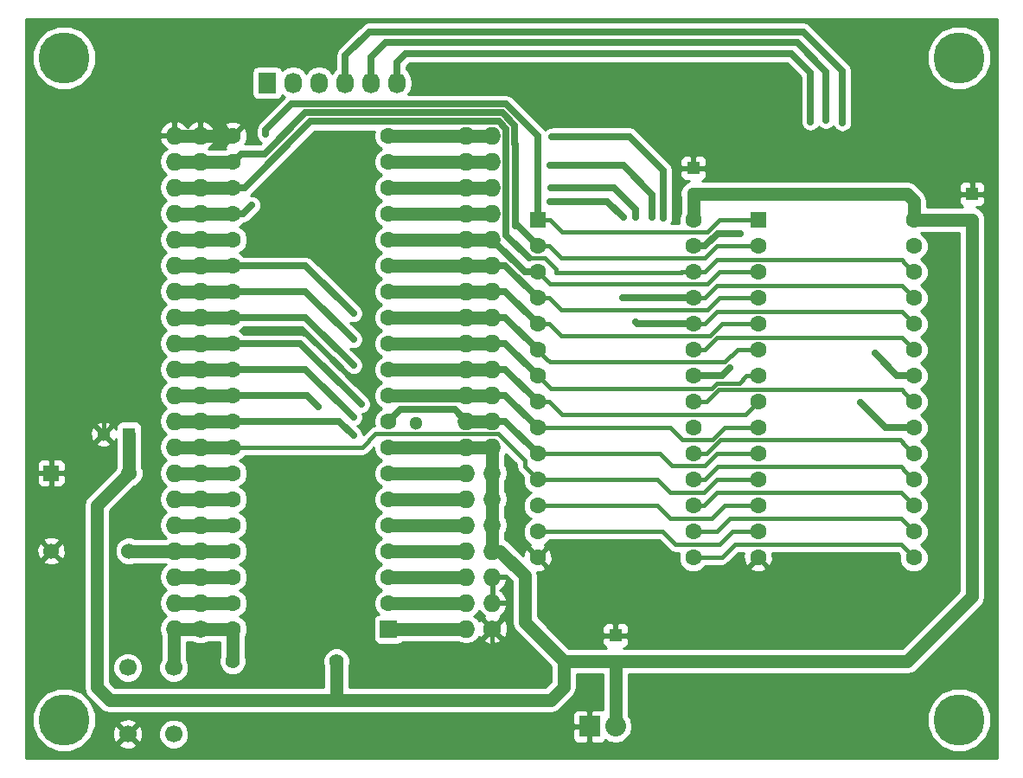
<source format=gtl>
G04 #@! TF.FileFunction,Copper,L1,Top,Signal*
%FSLAX46Y46*%
G04 Gerber Fmt 4.6, Leading zero omitted, Abs format (unit mm)*
G04 Created by KiCad (PCBNEW (2015-08-16 BZR 6097, Git b384c94)-product) date 11/3/2015 8:57:16 PM*
%MOMM*%
G01*
G04 APERTURE LIST*
%ADD10C,0.100000*%
%ADD11C,5.000000*%
%ADD12R,1.300000X1.300000*%
%ADD13C,1.300000*%
%ADD14C,1.400000*%
%ADD15C,1.700000*%
%ADD16R,1.700000X1.700000*%
%ADD17C,1.600000*%
%ADD18R,1.600000X1.600000*%
%ADD19R,2.032000X2.032000*%
%ADD20O,2.032000X2.032000*%
%ADD21C,1.727200*%
%ADD22O,1.727200X1.727200*%
%ADD23R,1.727200X2.032000*%
%ADD24O,1.727200X2.032000*%
%ADD25R,1.524000X1.524000*%
%ADD26C,1.524000*%
%ADD27C,0.600000*%
%ADD28C,0.381000*%
%ADD29C,0.635000*%
%ADD30C,1.270000*%
%ADD31C,0.254000*%
G04 APERTURE END LIST*
D10*
D11*
X163195000Y-153035000D03*
X163195000Y-88265000D03*
X75565000Y-153035000D03*
D12*
X109982000Y-126492000D03*
D13*
X109982000Y-123992000D03*
D12*
X81915000Y-125095000D03*
D13*
X79415000Y-125095000D03*
D12*
X164465000Y-101600000D03*
D13*
X164465000Y-104100000D03*
D12*
X137160000Y-99060000D03*
D13*
X137160000Y-101560000D03*
D14*
X102235000Y-147320000D03*
X92075000Y-147320000D03*
D15*
X81788000Y-154432000D03*
X81788000Y-147932000D03*
X86288000Y-154432000D03*
X86288000Y-147932000D03*
D16*
X107335000Y-144175000D03*
D17*
X107335000Y-141635000D03*
X107335000Y-139095000D03*
X107335000Y-136555000D03*
X107335000Y-134015000D03*
X107335000Y-131475000D03*
X107335000Y-128935000D03*
X107335000Y-126395000D03*
X107335000Y-123855000D03*
X107335000Y-121315000D03*
X107335000Y-118775000D03*
X107335000Y-116235000D03*
X107335000Y-113695000D03*
X107335000Y-111155000D03*
X107335000Y-108615000D03*
X107335000Y-106075000D03*
X107335000Y-103535000D03*
X107335000Y-100995000D03*
X107335000Y-98455000D03*
X107335000Y-95915000D03*
X92095000Y-95915000D03*
X92095000Y-98455000D03*
X92095000Y-100995000D03*
X92095000Y-103535000D03*
X92095000Y-106075000D03*
X92095000Y-108615000D03*
X92095000Y-111155000D03*
X92095000Y-113695000D03*
X92095000Y-116235000D03*
X92095000Y-118775000D03*
X92095000Y-121315000D03*
X92095000Y-123855000D03*
X92095000Y-126395000D03*
X92095000Y-128935000D03*
X92095000Y-131475000D03*
X92095000Y-134015000D03*
X92095000Y-136555000D03*
X92095000Y-139095000D03*
X92095000Y-141635000D03*
X92095000Y-144175000D03*
D18*
X143510000Y-104140000D03*
D17*
X143510000Y-106680000D03*
X143510000Y-109220000D03*
X143510000Y-111760000D03*
X143510000Y-114300000D03*
X143510000Y-116840000D03*
X143510000Y-119380000D03*
X143510000Y-121920000D03*
X143510000Y-124460000D03*
X143510000Y-127000000D03*
X143510000Y-129540000D03*
X143510000Y-132080000D03*
X143510000Y-134620000D03*
X143510000Y-137160000D03*
X158750000Y-137160000D03*
X158750000Y-134620000D03*
X158750000Y-132080000D03*
X158750000Y-129540000D03*
X158750000Y-127000000D03*
X158750000Y-124460000D03*
X158750000Y-121920000D03*
X158750000Y-119380000D03*
X158750000Y-116840000D03*
X158750000Y-114300000D03*
X158750000Y-111760000D03*
X158750000Y-109220000D03*
X158750000Y-106680000D03*
X158750000Y-104140000D03*
D18*
X121920000Y-104140000D03*
D17*
X121920000Y-106680000D03*
X121920000Y-109220000D03*
X121920000Y-111760000D03*
X121920000Y-114300000D03*
X121920000Y-116840000D03*
X121920000Y-119380000D03*
X121920000Y-121920000D03*
X121920000Y-124460000D03*
X121920000Y-127000000D03*
X121920000Y-129540000D03*
X121920000Y-132080000D03*
X121920000Y-134620000D03*
X121920000Y-137160000D03*
X137160000Y-137160000D03*
X137160000Y-134620000D03*
X137160000Y-132080000D03*
X137160000Y-129540000D03*
X137160000Y-127000000D03*
X137160000Y-124460000D03*
X137160000Y-121920000D03*
X137160000Y-119380000D03*
X137160000Y-116840000D03*
X137160000Y-114300000D03*
X137160000Y-111760000D03*
X137160000Y-109220000D03*
X137160000Y-106680000D03*
X137160000Y-104140000D03*
D12*
X129540000Y-144780000D03*
D13*
X129540000Y-147280000D03*
D19*
X127000000Y-153670000D03*
D20*
X129540000Y-153670000D03*
D21*
X88900000Y-144145000D03*
D22*
X86360000Y-144145000D03*
X88900000Y-141605000D03*
X86360000Y-141605000D03*
X88900000Y-139065000D03*
X86360000Y-139065000D03*
X88900000Y-136525000D03*
X86360000Y-136525000D03*
X88900000Y-133985000D03*
X86360000Y-133985000D03*
X88900000Y-131445000D03*
X86360000Y-131445000D03*
X88900000Y-128905000D03*
X86360000Y-128905000D03*
X88900000Y-126365000D03*
X86360000Y-126365000D03*
X88900000Y-123825000D03*
X86360000Y-123825000D03*
X88900000Y-121285000D03*
X86360000Y-121285000D03*
X88900000Y-118745000D03*
X86360000Y-118745000D03*
X88900000Y-116205000D03*
X86360000Y-116205000D03*
X88900000Y-113665000D03*
X86360000Y-113665000D03*
X88900000Y-111125000D03*
X86360000Y-111125000D03*
X88900000Y-108585000D03*
X86360000Y-108585000D03*
X88900000Y-106045000D03*
X86360000Y-106045000D03*
X88900000Y-103505000D03*
X86360000Y-103505000D03*
X88900000Y-100965000D03*
X86360000Y-100965000D03*
X88900000Y-98425000D03*
X86360000Y-98425000D03*
X88900000Y-95885000D03*
X86360000Y-95885000D03*
D23*
X95453200Y-90728800D03*
D24*
X97993200Y-90728800D03*
X100533200Y-90728800D03*
X103073200Y-90728800D03*
X105613200Y-90728800D03*
X108153200Y-90728800D03*
D21*
X117475000Y-144145000D03*
D22*
X114935000Y-144145000D03*
X117475000Y-141605000D03*
X114935000Y-141605000D03*
X117475000Y-139065000D03*
X114935000Y-139065000D03*
X117475000Y-136525000D03*
X114935000Y-136525000D03*
X117475000Y-133985000D03*
X114935000Y-133985000D03*
X117475000Y-131445000D03*
X114935000Y-131445000D03*
X117475000Y-128905000D03*
X114935000Y-128905000D03*
X117475000Y-126365000D03*
X114935000Y-126365000D03*
X117475000Y-123825000D03*
X114935000Y-123825000D03*
X117475000Y-121285000D03*
X114935000Y-121285000D03*
X117475000Y-118745000D03*
X114935000Y-118745000D03*
X117475000Y-116205000D03*
X114935000Y-116205000D03*
X117475000Y-113665000D03*
X114935000Y-113665000D03*
X117475000Y-111125000D03*
X114935000Y-111125000D03*
X117475000Y-108585000D03*
X114935000Y-108585000D03*
X117475000Y-106045000D03*
X114935000Y-106045000D03*
X117475000Y-103505000D03*
X114935000Y-103505000D03*
X117475000Y-100965000D03*
X114935000Y-100965000D03*
X117475000Y-98425000D03*
X114935000Y-98425000D03*
X117475000Y-95885000D03*
X114935000Y-95885000D03*
D11*
X75565000Y-88265000D03*
D25*
X74295000Y-128905000D03*
D26*
X74295000Y-136525000D03*
X81915000Y-128905000D03*
X81915000Y-136525000D03*
D27*
X111760000Y-146050000D03*
X113030000Y-146050000D03*
X114300000Y-146050000D03*
X115570000Y-146050000D03*
X116840000Y-146050000D03*
X116840000Y-147320000D03*
X115570000Y-147320000D03*
X114300000Y-147320000D03*
X113030000Y-147320000D03*
X111760000Y-147320000D03*
X111760000Y-148590000D03*
X113030000Y-148590000D03*
X114300000Y-148590000D03*
X115570000Y-148590000D03*
X116840000Y-148590000D03*
X118110000Y-148590000D03*
X118110000Y-147320000D03*
X118110000Y-146050000D03*
X104140000Y-120142000D03*
X103378000Y-119380000D03*
X102616000Y-118618000D03*
X101854000Y-117856000D03*
X102870000Y-110490000D03*
X102870000Y-109220000D03*
X102870000Y-107950000D03*
X102870000Y-106680000D03*
X102870000Y-105410000D03*
X102870000Y-104140000D03*
X102870000Y-102870000D03*
X104140000Y-102870000D03*
X104140000Y-104140000D03*
X104140000Y-105410000D03*
X104140000Y-106680000D03*
X104140000Y-107950000D03*
X104140000Y-109220000D03*
X104140000Y-110490000D03*
X123190000Y-154940000D03*
X121920000Y-154940000D03*
X120650000Y-154940000D03*
X119380000Y-154940000D03*
X118110000Y-154940000D03*
X116840000Y-154940000D03*
X115570000Y-154940000D03*
X115570000Y-153670000D03*
X116840000Y-153670000D03*
X118110000Y-153670000D03*
X119380000Y-153670000D03*
X120650000Y-153670000D03*
X121920000Y-153670000D03*
X123190000Y-153670000D03*
X78740000Y-121920000D03*
X77470000Y-121920000D03*
X76200000Y-121920000D03*
X74930000Y-121920000D03*
X74930000Y-120650000D03*
X76200000Y-120650000D03*
X77470000Y-120650000D03*
X78740000Y-120650000D03*
X78740000Y-119380000D03*
X77470000Y-119380000D03*
X76200000Y-119380000D03*
X74930000Y-119380000D03*
X74930000Y-118110000D03*
X76200000Y-118110000D03*
X77470000Y-118110000D03*
X78740000Y-118110000D03*
X80010000Y-118110000D03*
X80010000Y-119380000D03*
X80010000Y-120650000D03*
X80010000Y-121920000D03*
X85090000Y-92710000D03*
X83820000Y-92710000D03*
X82550000Y-92710000D03*
X81280000Y-92710000D03*
X81280000Y-91440000D03*
X82550000Y-91440000D03*
X83820000Y-91440000D03*
X85090000Y-91440000D03*
X85090000Y-90170000D03*
X83820000Y-90170000D03*
X82550000Y-90170000D03*
X81280000Y-90170000D03*
X81280000Y-88900000D03*
X82550000Y-88900000D03*
X83820000Y-88900000D03*
X85090000Y-88900000D03*
X86360000Y-88900000D03*
X86360000Y-90170000D03*
X86360000Y-91440000D03*
X86360000Y-92710000D03*
X134620000Y-90170000D03*
X134620000Y-91440000D03*
X134620000Y-92710000D03*
X134620000Y-93980000D03*
X134620000Y-95250000D03*
X134620000Y-96520000D03*
X135890000Y-96520000D03*
X135890000Y-95250000D03*
X135890000Y-93980000D03*
X135890000Y-92710000D03*
X135890000Y-91440000D03*
X135890000Y-90170000D03*
X137160000Y-90170000D03*
X137160000Y-91440000D03*
X137160000Y-92710000D03*
X137160000Y-93980000D03*
X137160000Y-95250000D03*
X137160000Y-96520000D03*
X160020000Y-99060000D03*
X161290000Y-99060000D03*
X162560000Y-99060000D03*
X163830000Y-99060000D03*
X163830000Y-97790000D03*
X162560000Y-97790000D03*
X161290000Y-97790000D03*
X160020000Y-97790000D03*
X160020000Y-96520000D03*
X161290000Y-96520000D03*
X162560000Y-96520000D03*
X163830000Y-96520000D03*
X165100000Y-96520000D03*
X165100000Y-97790000D03*
X165100000Y-99060000D03*
X135890000Y-142240000D03*
X134620000Y-142240000D03*
X133350000Y-142240000D03*
X132080000Y-142240000D03*
X130810000Y-142240000D03*
X130810000Y-140970000D03*
X132080000Y-140970000D03*
X133350000Y-140970000D03*
X134620000Y-140970000D03*
X135890000Y-140970000D03*
X135890000Y-139700000D03*
X134620000Y-139700000D03*
X133350000Y-139700000D03*
X132080000Y-139700000D03*
X130810000Y-139700000D03*
X129540000Y-139700000D03*
X129540000Y-140970000D03*
X129540000Y-142240000D03*
X123139200Y-102311200D03*
X130302000Y-103886000D03*
X130251200Y-111709200D03*
X131521200Y-114096800D03*
X131521200Y-103886000D03*
X123240800Y-100990400D03*
X123139200Y-98806000D03*
X133146800Y-103886000D03*
X134213600Y-103987600D03*
X123342400Y-95961200D03*
X95300800Y-95758000D03*
X93929200Y-102666800D03*
X103886000Y-125222000D03*
X100482400Y-122428000D03*
X103886000Y-123444000D03*
X104648000Y-122174000D03*
X103886000Y-118364000D03*
X103886000Y-115824000D03*
X103886000Y-113284000D03*
X141732000Y-105460800D03*
X140716000Y-118618000D03*
X151765000Y-94615000D03*
X150164800Y-94386400D03*
X154940000Y-117195600D03*
X148640800Y-94538800D03*
X153517600Y-122021600D03*
D28*
X117475000Y-144145000D02*
X117475000Y-145415000D01*
X114300000Y-146050000D02*
X113030000Y-146050000D01*
X116840000Y-146050000D02*
X115570000Y-146050000D01*
X115570000Y-147320000D02*
X116840000Y-147320000D01*
X113030000Y-147320000D02*
X114300000Y-147320000D01*
X111760000Y-148590000D02*
X111760000Y-147320000D01*
X114300000Y-148590000D02*
X113030000Y-148590000D01*
X116840000Y-148590000D02*
X115570000Y-148590000D01*
X118110000Y-147320000D02*
X118110000Y-148590000D01*
X117475000Y-145415000D02*
X118110000Y-146050000D01*
D29*
X104140000Y-120142000D02*
X103378000Y-119380000D01*
X102616000Y-118618000D02*
X101854000Y-117856000D01*
D28*
X102870000Y-109220000D02*
X102870000Y-110490000D01*
X102870000Y-106680000D02*
X102870000Y-107950000D01*
X102870000Y-104140000D02*
X102870000Y-105410000D01*
X104140000Y-102870000D02*
X102870000Y-102870000D01*
X104140000Y-105410000D02*
X104140000Y-104140000D01*
X104140000Y-107950000D02*
X104140000Y-106680000D01*
X104140000Y-110490000D02*
X104140000Y-109220000D01*
X127000000Y-153670000D02*
X123190000Y-153670000D01*
X120650000Y-154940000D02*
X121920000Y-154940000D01*
X118110000Y-154940000D02*
X119380000Y-154940000D01*
X115570000Y-154940000D02*
X116840000Y-154940000D01*
X116840000Y-153670000D02*
X115570000Y-153670000D01*
X119380000Y-153670000D02*
X118110000Y-153670000D01*
X121920000Y-153670000D02*
X120650000Y-153670000D01*
X79415000Y-125095000D02*
X79415000Y-122515000D01*
X76200000Y-121920000D02*
X77470000Y-121920000D01*
X74930000Y-120650000D02*
X74930000Y-121920000D01*
X77470000Y-120650000D02*
X76200000Y-120650000D01*
X78740000Y-119380000D02*
X78740000Y-120650000D01*
X76200000Y-119380000D02*
X77470000Y-119380000D01*
X74930000Y-118110000D02*
X74930000Y-119380000D01*
X77470000Y-118110000D02*
X76200000Y-118110000D01*
X80010000Y-118110000D02*
X78740000Y-118110000D01*
X80010000Y-120650000D02*
X80010000Y-119380000D01*
X79415000Y-122515000D02*
X80010000Y-121920000D01*
X86360000Y-95885000D02*
X86360000Y-92710000D01*
X82550000Y-92710000D02*
X83820000Y-92710000D01*
X81280000Y-91440000D02*
X81280000Y-92710000D01*
X83820000Y-91440000D02*
X82550000Y-91440000D01*
X85090000Y-90170000D02*
X85090000Y-91440000D01*
X82550000Y-90170000D02*
X83820000Y-90170000D01*
X81280000Y-88900000D02*
X81280000Y-90170000D01*
X83820000Y-88900000D02*
X82550000Y-88900000D01*
X86360000Y-88900000D02*
X85090000Y-88900000D01*
X86360000Y-91440000D02*
X86360000Y-90170000D01*
X137160000Y-99060000D02*
X137160000Y-96520000D01*
X134620000Y-92710000D02*
X134620000Y-91440000D01*
X134620000Y-95250000D02*
X134620000Y-93980000D01*
X135890000Y-96520000D02*
X134620000Y-96520000D01*
X135890000Y-93980000D02*
X135890000Y-95250000D01*
X135890000Y-91440000D02*
X135890000Y-92710000D01*
X137160000Y-90170000D02*
X135890000Y-90170000D01*
X137160000Y-92710000D02*
X137160000Y-91440000D01*
X137160000Y-95250000D02*
X137160000Y-93980000D01*
X164465000Y-101600000D02*
X164465000Y-99695000D01*
X161290000Y-99060000D02*
X160020000Y-99060000D01*
X163830000Y-99060000D02*
X162560000Y-99060000D01*
X162560000Y-97790000D02*
X163830000Y-97790000D01*
X160020000Y-97790000D02*
X161290000Y-97790000D01*
X161290000Y-96520000D02*
X160020000Y-96520000D01*
X163830000Y-96520000D02*
X162560000Y-96520000D01*
X165100000Y-97790000D02*
X165100000Y-96520000D01*
X164465000Y-99695000D02*
X165100000Y-99060000D01*
X129540000Y-144780000D02*
X129540000Y-142240000D01*
X133350000Y-142240000D02*
X134620000Y-142240000D01*
X130810000Y-142240000D02*
X132080000Y-142240000D01*
X132080000Y-140970000D02*
X130810000Y-140970000D01*
X134620000Y-140970000D02*
X133350000Y-140970000D01*
X135890000Y-139700000D02*
X135890000Y-140970000D01*
X133350000Y-139700000D02*
X134620000Y-139700000D01*
X130810000Y-139700000D02*
X132080000Y-139700000D01*
X129540000Y-140970000D02*
X129540000Y-139700000D01*
D30*
X92095000Y-95915000D02*
X88930000Y-95915000D01*
X88930000Y-95915000D02*
X88900000Y-95885000D01*
X88900000Y-95885000D02*
X86360000Y-95885000D01*
X114935000Y-126365000D02*
X110109000Y-126365000D01*
X110109000Y-126365000D02*
X110079000Y-126395000D01*
X110079000Y-126395000D02*
X107335000Y-126395000D01*
X164465000Y-104100000D02*
X158790000Y-104100000D01*
X158790000Y-104100000D02*
X158750000Y-104140000D01*
X158750000Y-104140000D02*
X158750000Y-102235000D01*
X158750000Y-102235000D02*
X158075000Y-101560000D01*
X158075000Y-101560000D02*
X137160000Y-101560000D01*
X129540000Y-147280000D02*
X129580000Y-147320000D01*
X129580000Y-147320000D02*
X158115000Y-147320000D01*
X164465000Y-140970000D02*
X164465000Y-104100000D01*
X158115000Y-147320000D02*
X164465000Y-140970000D01*
X137160000Y-104140000D02*
X137160000Y-101560000D01*
X137200000Y-101600000D02*
X137160000Y-101560000D01*
X117475000Y-136525000D02*
X118237000Y-136525000D01*
X118237000Y-136525000D02*
X120650000Y-138938000D01*
X120650000Y-143470000D02*
X124460000Y-147280000D01*
X120650000Y-138938000D02*
X120650000Y-143470000D01*
X117475000Y-126365000D02*
X117475000Y-128905000D01*
X117475000Y-128905000D02*
X117475000Y-131445000D01*
X117475000Y-131445000D02*
X117475000Y-133985000D01*
X117475000Y-133985000D02*
X117475000Y-136525000D01*
X102235000Y-147320000D02*
X102235000Y-151130000D01*
X102235000Y-151130000D02*
X102870000Y-151130000D01*
X124460000Y-147280000D02*
X124460000Y-149860000D01*
X78740000Y-132080000D02*
X81915000Y-128905000D01*
X78740000Y-149860000D02*
X78740000Y-132080000D01*
X80010000Y-151130000D02*
X78740000Y-149860000D01*
X123190000Y-151130000D02*
X102870000Y-151130000D01*
X102870000Y-151130000D02*
X80010000Y-151130000D01*
X124460000Y-149860000D02*
X123190000Y-151130000D01*
X81915000Y-128905000D02*
X81915000Y-125095000D01*
X117475000Y-126365000D02*
X114935000Y-126365000D01*
X129540000Y-147280000D02*
X124460000Y-147280000D01*
X129540000Y-153670000D02*
X129540000Y-147280000D01*
D28*
X138255499Y-128190501D02*
X139446000Y-127000000D01*
X139446000Y-127000000D02*
X143510000Y-127000000D01*
X133858000Y-127000000D02*
X135048501Y-128190501D01*
X135048501Y-128190501D02*
X138255499Y-128190501D01*
X121920000Y-127000000D02*
X133858000Y-127000000D01*
D29*
X117475000Y-123825000D02*
X118745000Y-123825000D01*
X118745000Y-123825000D02*
X121920000Y-127000000D01*
D30*
X114935000Y-123825000D02*
X117475000Y-123825000D01*
D29*
X107335000Y-123855000D02*
X107345000Y-123855000D01*
X107345000Y-123855000D02*
X108518000Y-122682000D01*
X108518000Y-122682000D02*
X113792000Y-122682000D01*
X113792000Y-122682000D02*
X114935000Y-123825000D01*
D28*
X139017499Y-125650501D02*
X140208000Y-124460000D01*
X140208000Y-124460000D02*
X143510000Y-124460000D01*
X136064501Y-125650501D02*
X139017499Y-125650501D01*
X134874000Y-124460000D02*
X136064501Y-125650501D01*
X121920000Y-124460000D02*
X134874000Y-124460000D01*
D29*
X117475000Y-121285000D02*
X118745000Y-121285000D01*
X118745000Y-121285000D02*
X121920000Y-124460000D01*
D30*
X107335000Y-121315000D02*
X114905000Y-121315000D01*
X114905000Y-121315000D02*
X114935000Y-121285000D01*
X114935000Y-121285000D02*
X117475000Y-121285000D01*
D28*
X121920000Y-121920000D02*
X123051370Y-121920000D01*
X123051370Y-121920000D02*
X124321370Y-123190000D01*
X124321370Y-123190000D02*
X142240000Y-123190000D01*
X142240000Y-123190000D02*
X143510000Y-121920000D01*
D29*
X117475000Y-118745000D02*
X118745000Y-118745000D01*
X118745000Y-118745000D02*
X121920000Y-121920000D01*
D30*
X107335000Y-118775000D02*
X114905000Y-118775000D01*
X114905000Y-118775000D02*
X114935000Y-118745000D01*
X114935000Y-118745000D02*
X117475000Y-118745000D01*
D28*
X142378630Y-119380000D02*
X143510000Y-119380000D01*
X141670620Y-120088010D02*
X142378630Y-119380000D01*
X139499990Y-120088010D02*
X141670620Y-120088010D01*
X138938000Y-120650000D02*
X139499990Y-120088010D01*
X123190000Y-120650000D02*
X138938000Y-120650000D01*
X121920000Y-119380000D02*
X123190000Y-120650000D01*
D29*
X117475000Y-116205000D02*
X118745000Y-116205000D01*
X118745000Y-116205000D02*
X121920000Y-119380000D01*
D30*
X107335000Y-116235000D02*
X114905000Y-116235000D01*
X114905000Y-116235000D02*
X114935000Y-116205000D01*
X114935000Y-116205000D02*
X117475000Y-116205000D01*
D28*
X122719999Y-117639999D02*
X121920000Y-116840000D01*
X123110501Y-118030501D02*
X122719999Y-117639999D01*
X140281557Y-118030501D02*
X123110501Y-118030501D01*
X141472058Y-116840000D02*
X140281557Y-118030501D01*
X143510000Y-116840000D02*
X141472058Y-116840000D01*
D29*
X117475000Y-113665000D02*
X118745000Y-113665000D01*
X118745000Y-113665000D02*
X121920000Y-116840000D01*
D30*
X107335000Y-113695000D02*
X114905000Y-113695000D01*
X114905000Y-113695000D02*
X114935000Y-113665000D01*
X114935000Y-113665000D02*
X117475000Y-113665000D01*
D28*
X138763499Y-115490501D02*
X139954000Y-114300000D01*
X139954000Y-114300000D02*
X143510000Y-114300000D01*
X121920000Y-114300000D02*
X123051370Y-114300000D01*
X123051370Y-114300000D02*
X124241871Y-115490501D01*
X124241871Y-115490501D02*
X138763499Y-115490501D01*
D29*
X117475000Y-111125000D02*
X118745000Y-111125000D01*
X118745000Y-111125000D02*
X121920000Y-114300000D01*
D30*
X107335000Y-111155000D02*
X114905000Y-111155000D01*
X114905000Y-111155000D02*
X114935000Y-111125000D01*
X114935000Y-111125000D02*
X117475000Y-111125000D01*
D28*
X138509499Y-112950501D02*
X139700000Y-111760000D01*
X139700000Y-111760000D02*
X143510000Y-111760000D01*
X121920000Y-111760000D02*
X123051370Y-111760000D01*
X123051370Y-111760000D02*
X124241871Y-112950501D01*
X124241871Y-112950501D02*
X138509499Y-112950501D01*
D29*
X117475000Y-108585000D02*
X118745000Y-108585000D01*
X118745000Y-108585000D02*
X121920000Y-111760000D01*
D30*
X107335000Y-108615000D02*
X114905000Y-108615000D01*
X114905000Y-108615000D02*
X114935000Y-108585000D01*
X114935000Y-108585000D02*
X117475000Y-108585000D01*
D29*
X120788630Y-109220000D02*
X121920000Y-109220000D01*
X120650000Y-109220000D02*
X120788630Y-109220000D01*
X117475000Y-106045000D02*
X120650000Y-109220000D01*
D28*
X138509499Y-110410501D02*
X139700000Y-109220000D01*
X139700000Y-109220000D02*
X143510000Y-109220000D01*
X121920000Y-109220000D02*
X123110501Y-110410501D01*
X123110501Y-110410501D02*
X138509499Y-110410501D01*
D30*
X107335000Y-106075000D02*
X114905000Y-106075000D01*
X114905000Y-106075000D02*
X114935000Y-106045000D01*
X114935000Y-106045000D02*
X117475000Y-106045000D01*
D29*
X137160000Y-111760000D02*
X137109200Y-111709200D01*
X137109200Y-111709200D02*
X130251200Y-111709200D01*
X128727200Y-102311200D02*
X123139200Y-102311200D01*
X130302000Y-103886000D02*
X128727200Y-102311200D01*
D28*
X139481871Y-110569499D02*
X138291370Y-111760000D01*
X157559499Y-110569499D02*
X139481871Y-110569499D01*
X158750000Y-111760000D02*
X157559499Y-110569499D01*
X138291370Y-111760000D02*
X137160000Y-111760000D01*
D30*
X107335000Y-103535000D02*
X114905000Y-103535000D01*
X114905000Y-103535000D02*
X114935000Y-103505000D01*
X114935000Y-103505000D02*
X117475000Y-103505000D01*
D29*
X131724400Y-114300000D02*
X137160000Y-114300000D01*
X131521200Y-114096800D02*
X131724400Y-114300000D01*
X131521200Y-103124000D02*
X131521200Y-103886000D01*
X129387600Y-100990400D02*
X131521200Y-103124000D01*
X123240800Y-100990400D02*
X129387600Y-100990400D01*
D28*
X138291370Y-114300000D02*
X137160000Y-114300000D01*
X139481871Y-113109499D02*
X138291370Y-114300000D01*
X158750000Y-114300000D02*
X157559499Y-113109499D01*
X157559499Y-113109499D02*
X139481871Y-113109499D01*
D30*
X107335000Y-100995000D02*
X114905000Y-100995000D01*
X114905000Y-100995000D02*
X114935000Y-100965000D01*
X114935000Y-100965000D02*
X117475000Y-100965000D01*
D29*
X130302000Y-98806000D02*
X123139200Y-98806000D01*
X133146800Y-101650800D02*
X130302000Y-98806000D01*
X133146800Y-103886000D02*
X133146800Y-101650800D01*
D28*
X157950001Y-121120001D02*
X158750000Y-121920000D01*
X157559499Y-120729499D02*
X157950001Y-121120001D01*
X139680173Y-120729499D02*
X157559499Y-120729499D01*
X138489672Y-121920000D02*
X139680173Y-120729499D01*
X137160000Y-121920000D02*
X138489672Y-121920000D01*
D30*
X107335000Y-98455000D02*
X114905000Y-98455000D01*
X114905000Y-98455000D02*
X114935000Y-98425000D01*
X114935000Y-98425000D02*
X117475000Y-98425000D01*
D29*
X134213600Y-99263200D02*
X134213600Y-103987600D01*
X130911600Y-95961200D02*
X134213600Y-99263200D01*
X123342400Y-95961200D02*
X130911600Y-95961200D01*
D28*
X138291370Y-116840000D02*
X137160000Y-116840000D01*
X139481871Y-115649499D02*
X138291370Y-116840000D01*
X157559499Y-115649499D02*
X139481871Y-115649499D01*
X158750000Y-116840000D02*
X157559499Y-115649499D01*
D30*
X107335000Y-95915000D02*
X114905000Y-95915000D01*
X114905000Y-95915000D02*
X114935000Y-95885000D01*
X114935000Y-95885000D02*
X117475000Y-95885000D01*
D29*
X92095000Y-98455000D02*
X92894999Y-97655001D01*
X92894999Y-97655001D02*
X95181799Y-97655001D01*
X95181799Y-97655001D02*
X99167911Y-93668889D01*
X99167911Y-93668889D02*
X118483801Y-93668889D01*
X118483801Y-93668889D02*
X119691111Y-94876199D01*
X119989600Y-104749600D02*
X121920000Y-106680000D01*
X119691111Y-94876199D02*
X119691111Y-96678711D01*
X119691111Y-96678711D02*
X119735600Y-96723200D01*
X119735600Y-96723200D02*
X119735600Y-104749600D01*
X119735600Y-104749600D02*
X119989600Y-104749600D01*
D28*
X142378630Y-106680000D02*
X143510000Y-106680000D01*
X138255499Y-107870501D02*
X139446000Y-106680000D01*
X139446000Y-106680000D02*
X142378630Y-106680000D01*
X124241871Y-107870501D02*
X138255499Y-107870501D01*
X123051370Y-106680000D02*
X124241871Y-107870501D01*
X121920000Y-106680000D02*
X123051370Y-106680000D01*
D30*
X92095000Y-98455000D02*
X88930000Y-98455000D01*
X88930000Y-98455000D02*
X88900000Y-98425000D01*
X88900000Y-98425000D02*
X86360000Y-98425000D01*
D29*
X93226370Y-100995000D02*
X92095000Y-100995000D01*
X99711160Y-94510210D02*
X93226370Y-100995000D01*
X114265760Y-94510210D02*
X99711160Y-94510210D01*
X114272071Y-94503899D02*
X114265760Y-94510210D01*
X118856101Y-95222071D02*
X118137929Y-94503899D01*
X121078501Y-107870501D02*
X118856101Y-105648101D01*
X118137929Y-94503899D02*
X114272071Y-94503899D01*
X118856101Y-105648101D02*
X118856101Y-95222071D01*
D28*
X123748800Y-108966000D02*
X122653301Y-107870501D01*
X122653301Y-107870501D02*
X121078501Y-107870501D01*
X123748800Y-109270800D02*
X123748800Y-108966000D01*
X135977830Y-109270800D02*
X123748800Y-109270800D01*
X137160000Y-109220000D02*
X136028630Y-109220000D01*
X136028630Y-109220000D02*
X135977830Y-109270800D01*
X137160000Y-109220000D02*
X138291370Y-109220000D01*
X138291370Y-109220000D02*
X139481871Y-108029499D01*
X139481871Y-108029499D02*
X157559499Y-108029499D01*
X157559499Y-108029499D02*
X157950001Y-108420001D01*
X157950001Y-108420001D02*
X158750000Y-109220000D01*
D30*
X92095000Y-100995000D02*
X88930000Y-100995000D01*
X88930000Y-100995000D02*
X88900000Y-100965000D01*
X88900000Y-100965000D02*
X86360000Y-100965000D01*
D29*
X118821200Y-92811600D02*
X121920000Y-95910400D01*
X121920000Y-95910400D02*
X121920000Y-104140000D01*
X97822936Y-92811600D02*
X118821200Y-92811600D01*
X95300800Y-95758000D02*
X95300800Y-95333736D01*
X95300800Y-95333736D02*
X97822936Y-92811600D01*
X92095000Y-103535000D02*
X93061000Y-103535000D01*
X93061000Y-103535000D02*
X93929200Y-102666800D01*
D28*
X138509499Y-105330501D02*
X139700000Y-104140000D01*
X139700000Y-104140000D02*
X143510000Y-104140000D01*
X121920000Y-104140000D02*
X123101000Y-104140000D01*
X123101000Y-104140000D02*
X124291501Y-105330501D01*
X124291501Y-105330501D02*
X138509499Y-105330501D01*
D30*
X86360000Y-103505000D02*
X88900000Y-103505000D01*
X88900000Y-103505000D02*
X88930000Y-103535000D01*
X88930000Y-103535000D02*
X92095000Y-103535000D01*
X86360000Y-106045000D02*
X88900000Y-106045000D01*
X88900000Y-106045000D02*
X88930000Y-106075000D01*
X88930000Y-106075000D02*
X92095000Y-106075000D01*
X107335000Y-144175000D02*
X114905000Y-144175000D01*
X114905000Y-144175000D02*
X114935000Y-144145000D01*
X114935000Y-141605000D02*
X107365000Y-141605000D01*
X107365000Y-141605000D02*
X107335000Y-141635000D01*
X107335000Y-139095000D02*
X114905000Y-139095000D01*
X114905000Y-139095000D02*
X114935000Y-139065000D01*
X114935000Y-136525000D02*
X107365000Y-136525000D01*
X107365000Y-136525000D02*
X107335000Y-136555000D01*
X114935000Y-133985000D02*
X107365000Y-133985000D01*
X107365000Y-133985000D02*
X107335000Y-134015000D01*
X114935000Y-131445000D02*
X107365000Y-131445000D01*
X107365000Y-131445000D02*
X107335000Y-131475000D01*
X114935000Y-128905000D02*
X107365000Y-128905000D01*
X107365000Y-128905000D02*
X107335000Y-128935000D01*
X88900000Y-144145000D02*
X86360000Y-144145000D01*
X92095000Y-144175000D02*
X88930000Y-144175000D01*
X88930000Y-144175000D02*
X88900000Y-144145000D01*
X92075000Y-147320000D02*
X92075000Y-144195000D01*
X92075000Y-144195000D02*
X92025000Y-144145000D01*
X86360000Y-144145000D02*
X86288000Y-144217000D01*
X86288000Y-144217000D02*
X86288000Y-147932000D01*
X86360000Y-141605000D02*
X88900000Y-141605000D01*
X88900000Y-141605000D02*
X88930000Y-141635000D01*
X88930000Y-141635000D02*
X92095000Y-141635000D01*
X86360000Y-139065000D02*
X88900000Y-139065000D01*
X88900000Y-139065000D02*
X88930000Y-139095000D01*
X88930000Y-139095000D02*
X92095000Y-139095000D01*
X86360000Y-136525000D02*
X88900000Y-136525000D01*
X88900000Y-136525000D02*
X88930000Y-136555000D01*
X88930000Y-136555000D02*
X92095000Y-136555000D01*
X81915000Y-136525000D02*
X86360000Y-136525000D01*
X86360000Y-133985000D02*
X88900000Y-133985000D01*
X88900000Y-133985000D02*
X88930000Y-134015000D01*
X88930000Y-134015000D02*
X92095000Y-134015000D01*
X86360000Y-128905000D02*
X88900000Y-128905000D01*
X88900000Y-128905000D02*
X88930000Y-128935000D01*
X88930000Y-128935000D02*
X92095000Y-128935000D01*
D28*
X120650000Y-127683930D02*
X120650000Y-128270000D01*
X120650000Y-128270000D02*
X121920000Y-129540000D01*
X104745000Y-126395000D02*
X106060899Y-125079101D01*
X106060899Y-125079101D02*
X118045171Y-125079101D01*
X118045171Y-125079101D02*
X120650000Y-127683930D01*
X92095000Y-126395000D02*
X104745000Y-126395000D01*
X138176000Y-130810000D02*
X139446000Y-129540000D01*
X139446000Y-129540000D02*
X143510000Y-129540000D01*
X134874000Y-130810000D02*
X138176000Y-130810000D01*
X133604000Y-129540000D02*
X134874000Y-130810000D01*
X121920000Y-129540000D02*
X133604000Y-129540000D01*
D30*
X86360000Y-126365000D02*
X88900000Y-126365000D01*
X88900000Y-126365000D02*
X88930000Y-126395000D01*
X88930000Y-126395000D02*
X92095000Y-126395000D01*
D29*
X92095000Y-123855000D02*
X102519000Y-123855000D01*
X102519000Y-123855000D02*
X103886000Y-125222000D01*
D28*
X138938000Y-133350000D02*
X140208000Y-132080000D01*
X140208000Y-132080000D02*
X143510000Y-132080000D01*
X134874000Y-133350000D02*
X138938000Y-133350000D01*
X133604000Y-132080000D02*
X134874000Y-133350000D01*
X121920000Y-132080000D02*
X133604000Y-132080000D01*
D30*
X86360000Y-123825000D02*
X88900000Y-123825000D01*
X88900000Y-123825000D02*
X88930000Y-123855000D01*
X88930000Y-123855000D02*
X92095000Y-123855000D01*
D29*
X93230970Y-121310400D02*
X99364800Y-121310400D01*
X99364800Y-121310400D02*
X100482400Y-122428000D01*
X92095000Y-121315000D02*
X93226370Y-121315000D01*
X93226370Y-121315000D02*
X93230970Y-121310400D01*
D28*
X139700000Y-135890000D02*
X140970000Y-134620000D01*
X140970000Y-134620000D02*
X143510000Y-134620000D01*
X135382000Y-135890000D02*
X139700000Y-135890000D01*
X134112000Y-134620000D02*
X135382000Y-135890000D01*
X121920000Y-134620000D02*
X134112000Y-134620000D01*
D30*
X86360000Y-121285000D02*
X88900000Y-121285000D01*
X88900000Y-121285000D02*
X88930000Y-121315000D01*
X88930000Y-121315000D02*
X92095000Y-121315000D01*
D29*
X92095000Y-118775000D02*
X99217000Y-118775000D01*
X99217000Y-118775000D02*
X103886000Y-123444000D01*
D28*
X137160000Y-137160000D02*
X139954000Y-137160000D01*
X157480000Y-135890000D02*
X158750000Y-137160000D01*
X141224000Y-135890000D02*
X157480000Y-135890000D01*
X139954000Y-137160000D02*
X141224000Y-135890000D01*
D30*
X86360000Y-118745000D02*
X88900000Y-118745000D01*
X88900000Y-118745000D02*
X88930000Y-118775000D01*
X88930000Y-118775000D02*
X92095000Y-118775000D01*
D29*
X92095000Y-116235000D02*
X98709000Y-116235000D01*
X98709000Y-116235000D02*
X104648000Y-122174000D01*
D28*
X140716000Y-133350000D02*
X157480000Y-133350000D01*
X157480000Y-133350000D02*
X158750000Y-134620000D01*
X139446000Y-134620000D02*
X140716000Y-133350000D01*
X137160000Y-134620000D02*
X139446000Y-134620000D01*
D30*
X86360000Y-116205000D02*
X88900000Y-116205000D01*
X88900000Y-116205000D02*
X88930000Y-116235000D01*
X88930000Y-116235000D02*
X92095000Y-116235000D01*
D29*
X92095000Y-113695000D02*
X99217000Y-113695000D01*
X99217000Y-113695000D02*
X103886000Y-118364000D01*
D28*
X139446000Y-130810000D02*
X157480000Y-130810000D01*
X157480000Y-130810000D02*
X158750000Y-132080000D01*
X138176000Y-132080000D02*
X139446000Y-130810000D01*
X137160000Y-132080000D02*
X138176000Y-132080000D01*
D30*
X86360000Y-113665000D02*
X88900000Y-113665000D01*
X88900000Y-113665000D02*
X88930000Y-113695000D01*
X88930000Y-113695000D02*
X92095000Y-113695000D01*
D29*
X92095000Y-111155000D02*
X99217000Y-111155000D01*
X99217000Y-111155000D02*
X103886000Y-115824000D01*
D28*
X157950001Y-128740001D02*
X158750000Y-129540000D01*
X157480000Y-128270000D02*
X157950001Y-128740001D01*
X138291370Y-129540000D02*
X139561370Y-128270000D01*
X137160000Y-129540000D02*
X138291370Y-129540000D01*
X139561370Y-128270000D02*
X157480000Y-128270000D01*
D30*
X86360000Y-111125000D02*
X88900000Y-111125000D01*
X88900000Y-111125000D02*
X88930000Y-111155000D01*
X88930000Y-111155000D02*
X92095000Y-111155000D01*
D29*
X92095000Y-108615000D02*
X99217000Y-108615000D01*
X99217000Y-108615000D02*
X103886000Y-113284000D01*
D28*
X157950001Y-126200001D02*
X158750000Y-127000000D01*
X157400501Y-125650501D02*
X157950001Y-126200001D01*
X139839171Y-125650501D02*
X157400501Y-125650501D01*
X138489672Y-127000000D02*
X139839171Y-125650501D01*
X137160000Y-127000000D02*
X138489672Y-127000000D01*
D30*
X86360000Y-108585000D02*
X88900000Y-108585000D01*
X88900000Y-108585000D02*
X88930000Y-108615000D01*
X88930000Y-108615000D02*
X92095000Y-108615000D01*
X86360000Y-131445000D02*
X88900000Y-131445000D01*
X88900000Y-131445000D02*
X88930000Y-131475000D01*
X88930000Y-131475000D02*
X92095000Y-131475000D01*
D29*
X138328400Y-106680000D02*
X139547600Y-105460800D01*
X139547600Y-105460800D02*
X141732000Y-105460800D01*
X137160000Y-106680000D02*
X138328400Y-106680000D01*
X140716000Y-118618000D02*
X139954000Y-119380000D01*
X139954000Y-119380000D02*
X137160000Y-119380000D01*
X103073200Y-90728800D02*
X103073200Y-88061800D01*
X151765000Y-89535000D02*
X151765000Y-94615000D01*
X147955000Y-85725000D02*
X151765000Y-89535000D01*
X105410000Y-85725000D02*
X147955000Y-85725000D01*
X103073200Y-88061800D02*
X105410000Y-85725000D01*
X107035600Y-86766400D02*
X105613200Y-88188800D01*
X105613200Y-88188800D02*
X105613200Y-90728800D01*
X147320000Y-86766400D02*
X107035600Y-86766400D01*
X150164800Y-89611200D02*
X147320000Y-86766400D01*
X150164800Y-94386400D02*
X150164800Y-89611200D01*
X158750000Y-119380000D02*
X157124400Y-119380000D01*
X157124400Y-119380000D02*
X154940000Y-117195600D01*
X109016800Y-87884000D02*
X108153200Y-88747600D01*
X108153200Y-88747600D02*
X108153200Y-90728800D01*
X146761200Y-87884000D02*
X109016800Y-87884000D01*
X148640800Y-89763600D02*
X146761200Y-87884000D01*
X148640800Y-94538800D02*
X148640800Y-89763600D01*
X158750000Y-124460000D02*
X155956000Y-124460000D01*
X155956000Y-124460000D02*
X153517600Y-122021600D01*
D31*
G36*
X166955000Y-156795000D02*
X71805000Y-156795000D01*
X71805000Y-153655854D01*
X72429457Y-153655854D01*
X72905727Y-154808515D01*
X73786847Y-155691174D01*
X74938674Y-156169454D01*
X76185854Y-156170543D01*
X77338515Y-155694273D01*
X77557211Y-155475958D01*
X80923647Y-155475958D01*
X81003920Y-155727259D01*
X81559279Y-155928718D01*
X82149458Y-155902315D01*
X82572080Y-155727259D01*
X82652353Y-155475958D01*
X81788000Y-154611605D01*
X80923647Y-155475958D01*
X77557211Y-155475958D01*
X78221174Y-154813153D01*
X78474415Y-154203279D01*
X80291282Y-154203279D01*
X80317685Y-154793458D01*
X80492741Y-155216080D01*
X80744042Y-155296353D01*
X81608395Y-154432000D01*
X81967605Y-154432000D01*
X82831958Y-155296353D01*
X83083259Y-155216080D01*
X83261005Y-154726089D01*
X84802743Y-154726089D01*
X85028344Y-155272086D01*
X85445717Y-155690188D01*
X85991319Y-155916742D01*
X86582089Y-155917257D01*
X87128086Y-155691656D01*
X87546188Y-155274283D01*
X87772742Y-154728681D01*
X87773257Y-154137911D01*
X87697990Y-153955750D01*
X125349000Y-153955750D01*
X125349000Y-154812309D01*
X125445673Y-155045698D01*
X125624301Y-155224327D01*
X125857690Y-155321000D01*
X126714250Y-155321000D01*
X126873000Y-155162250D01*
X126873000Y-153797000D01*
X125507750Y-153797000D01*
X125349000Y-153955750D01*
X87697990Y-153955750D01*
X87547656Y-153591914D01*
X87130283Y-153173812D01*
X86584681Y-152947258D01*
X85993911Y-152946743D01*
X85447914Y-153172344D01*
X85029812Y-153589717D01*
X84803258Y-154135319D01*
X84802743Y-154726089D01*
X83261005Y-154726089D01*
X83284718Y-154660721D01*
X83258315Y-154070542D01*
X83083259Y-153647920D01*
X82831958Y-153567647D01*
X81967605Y-154432000D01*
X81608395Y-154432000D01*
X80744042Y-153567647D01*
X80492741Y-153647920D01*
X80291282Y-154203279D01*
X78474415Y-154203279D01*
X78699454Y-153661326D01*
X78699692Y-153388042D01*
X80923647Y-153388042D01*
X81788000Y-154252395D01*
X82652353Y-153388042D01*
X82572080Y-153136741D01*
X82016721Y-152935282D01*
X81426542Y-152961685D01*
X81003920Y-153136741D01*
X80923647Y-153388042D01*
X78699692Y-153388042D01*
X78700443Y-152527691D01*
X125349000Y-152527691D01*
X125349000Y-153384250D01*
X125507750Y-153543000D01*
X126873000Y-153543000D01*
X126873000Y-152177750D01*
X126714250Y-152019000D01*
X125857690Y-152019000D01*
X125624301Y-152115673D01*
X125445673Y-152294302D01*
X125349000Y-152527691D01*
X78700443Y-152527691D01*
X78700543Y-152414146D01*
X78224273Y-151261485D01*
X77343153Y-150378826D01*
X76191326Y-149900546D01*
X74944146Y-149899457D01*
X73791485Y-150375727D01*
X72908826Y-151256847D01*
X72430546Y-152408674D01*
X72429457Y-153655854D01*
X71805000Y-153655854D01*
X71805000Y-137505213D01*
X73494392Y-137505213D01*
X73563857Y-137747397D01*
X74087302Y-137934144D01*
X74642368Y-137906362D01*
X75026143Y-137747397D01*
X75095608Y-137505213D01*
X74295000Y-136704605D01*
X73494392Y-137505213D01*
X71805000Y-137505213D01*
X71805000Y-136317302D01*
X72885856Y-136317302D01*
X72913638Y-136872368D01*
X73072603Y-137256143D01*
X73314787Y-137325608D01*
X74115395Y-136525000D01*
X74474605Y-136525000D01*
X75275213Y-137325608D01*
X75517397Y-137256143D01*
X75704144Y-136732698D01*
X75676362Y-136177632D01*
X75517397Y-135793857D01*
X75275213Y-135724392D01*
X74474605Y-136525000D01*
X74115395Y-136525000D01*
X73314787Y-135724392D01*
X73072603Y-135793857D01*
X72885856Y-136317302D01*
X71805000Y-136317302D01*
X71805000Y-135544787D01*
X73494392Y-135544787D01*
X74295000Y-136345395D01*
X75095608Y-135544787D01*
X75026143Y-135302603D01*
X74502698Y-135115856D01*
X73947632Y-135143638D01*
X73563857Y-135302603D01*
X73494392Y-135544787D01*
X71805000Y-135544787D01*
X71805000Y-132080000D01*
X77469999Y-132080000D01*
X77470000Y-132080005D01*
X77470000Y-149859995D01*
X77469999Y-149860000D01*
X77566673Y-150346008D01*
X77841974Y-150758026D01*
X79111972Y-152028023D01*
X79111974Y-152028026D01*
X79523992Y-152303327D01*
X80010000Y-152400000D01*
X123189995Y-152400000D01*
X123190000Y-152400001D01*
X123676008Y-152303327D01*
X124088026Y-152028026D01*
X125358023Y-150758028D01*
X125358026Y-150758026D01*
X125633327Y-150346008D01*
X125730000Y-149860000D01*
X125730000Y-148550000D01*
X128270000Y-148550000D01*
X128270000Y-152071891D01*
X128142310Y-152019000D01*
X127285750Y-152019000D01*
X127127000Y-152177750D01*
X127127000Y-153543000D01*
X127147000Y-153543000D01*
X127147000Y-153797000D01*
X127127000Y-153797000D01*
X127127000Y-155162250D01*
X127285750Y-155321000D01*
X128142310Y-155321000D01*
X128375699Y-155224327D01*
X128554327Y-155045698D01*
X128571999Y-155003034D01*
X128908190Y-155227670D01*
X129540000Y-155353345D01*
X130171810Y-155227670D01*
X130707433Y-154869778D01*
X131065325Y-154334155D01*
X131191000Y-153702345D01*
X131191000Y-153655854D01*
X160059457Y-153655854D01*
X160535727Y-154808515D01*
X161416847Y-155691174D01*
X162568674Y-156169454D01*
X163815854Y-156170543D01*
X164968515Y-155694273D01*
X165851174Y-154813153D01*
X166329454Y-153661326D01*
X166330543Y-152414146D01*
X165854273Y-151261485D01*
X164973153Y-150378826D01*
X163821326Y-149900546D01*
X162574146Y-149899457D01*
X161421485Y-150375727D01*
X160538826Y-151256847D01*
X160060546Y-152408674D01*
X160059457Y-153655854D01*
X131191000Y-153655854D01*
X131191000Y-153637655D01*
X131065325Y-153005845D01*
X130810000Y-152623724D01*
X130810000Y-148590000D01*
X158114995Y-148590000D01*
X158115000Y-148590001D01*
X158601008Y-148493327D01*
X159013026Y-148218026D01*
X165363026Y-141868026D01*
X165638327Y-141456008D01*
X165735000Y-140970000D01*
X165735000Y-104392311D01*
X165749777Y-104356724D01*
X165750223Y-103845519D01*
X165555005Y-103373057D01*
X165193845Y-103011265D01*
X164889765Y-102885000D01*
X165241310Y-102885000D01*
X165474699Y-102788327D01*
X165653327Y-102609698D01*
X165750000Y-102376309D01*
X165750000Y-101885750D01*
X165591250Y-101727000D01*
X164592000Y-101727000D01*
X164592000Y-101747000D01*
X164338000Y-101747000D01*
X164338000Y-101727000D01*
X163338750Y-101727000D01*
X163180000Y-101885750D01*
X163180000Y-102376309D01*
X163276673Y-102609698D01*
X163455301Y-102788327D01*
X163555908Y-102830000D01*
X160020000Y-102830000D01*
X160020000Y-102235000D01*
X159923327Y-101748992D01*
X159648026Y-101336974D01*
X159134743Y-100823691D01*
X163180000Y-100823691D01*
X163180000Y-101314250D01*
X163338750Y-101473000D01*
X164338000Y-101473000D01*
X164338000Y-100473750D01*
X164592000Y-100473750D01*
X164592000Y-101473000D01*
X165591250Y-101473000D01*
X165750000Y-101314250D01*
X165750000Y-100823691D01*
X165653327Y-100590302D01*
X165474699Y-100411673D01*
X165241310Y-100315000D01*
X164750750Y-100315000D01*
X164592000Y-100473750D01*
X164338000Y-100473750D01*
X164179250Y-100315000D01*
X163688690Y-100315000D01*
X163455301Y-100411673D01*
X163276673Y-100590302D01*
X163180000Y-100823691D01*
X159134743Y-100823691D01*
X158973026Y-100661974D01*
X158561008Y-100386673D01*
X158075000Y-100289999D01*
X158074995Y-100290000D01*
X138069092Y-100290000D01*
X138169699Y-100248327D01*
X138348327Y-100069698D01*
X138445000Y-99836309D01*
X138445000Y-99345750D01*
X138286250Y-99187000D01*
X137287000Y-99187000D01*
X137287000Y-99207000D01*
X137033000Y-99207000D01*
X137033000Y-99187000D01*
X136033750Y-99187000D01*
X135875000Y-99345750D01*
X135875000Y-99836309D01*
X135971673Y-100069698D01*
X136150301Y-100248327D01*
X136383690Y-100345000D01*
X136735567Y-100345000D01*
X136433057Y-100469995D01*
X136071265Y-100831155D01*
X135875223Y-101303276D01*
X135874777Y-101814481D01*
X135890000Y-101851323D01*
X135890000Y-103456547D01*
X135725250Y-103853309D01*
X135724752Y-104424187D01*
X135758144Y-104505001D01*
X135011159Y-104505001D01*
X135043542Y-104427016D01*
X135093595Y-104352106D01*
X135111018Y-104264517D01*
X135148438Y-104174399D01*
X135148524Y-104075962D01*
X135166100Y-103987600D01*
X135166100Y-99263200D01*
X135093595Y-98898694D01*
X134887119Y-98589681D01*
X134581129Y-98283691D01*
X135875000Y-98283691D01*
X135875000Y-98774250D01*
X136033750Y-98933000D01*
X137033000Y-98933000D01*
X137033000Y-97933750D01*
X137287000Y-97933750D01*
X137287000Y-98933000D01*
X138286250Y-98933000D01*
X138445000Y-98774250D01*
X138445000Y-98283691D01*
X138348327Y-98050302D01*
X138169699Y-97871673D01*
X137936310Y-97775000D01*
X137445750Y-97775000D01*
X137287000Y-97933750D01*
X137033000Y-97933750D01*
X136874250Y-97775000D01*
X136383690Y-97775000D01*
X136150301Y-97871673D01*
X135971673Y-98050302D01*
X135875000Y-98283691D01*
X134581129Y-98283691D01*
X131585119Y-95287681D01*
X131276106Y-95081205D01*
X130911600Y-95008700D01*
X123342400Y-95008700D01*
X123254809Y-95026123D01*
X123157233Y-95026038D01*
X123066257Y-95063628D01*
X122977894Y-95081205D01*
X122903639Y-95130821D01*
X122813457Y-95168083D01*
X122743790Y-95237628D01*
X122668881Y-95287681D01*
X122648172Y-95318675D01*
X122593519Y-95236881D01*
X119494719Y-92138081D01*
X119185706Y-91931605D01*
X118821200Y-91859100D01*
X109289119Y-91859100D01*
X109537726Y-91487034D01*
X109651800Y-90913545D01*
X109651800Y-90544055D01*
X109537726Y-89970566D01*
X109212870Y-89484385D01*
X109105700Y-89412776D01*
X109105700Y-89142138D01*
X109411338Y-88836500D01*
X146366662Y-88836500D01*
X147688300Y-90158138D01*
X147688300Y-94538800D01*
X147705723Y-94626391D01*
X147705638Y-94723967D01*
X147743228Y-94814943D01*
X147760805Y-94903306D01*
X147810421Y-94977561D01*
X147847683Y-95067743D01*
X147917228Y-95137410D01*
X147967281Y-95212319D01*
X148041536Y-95261935D01*
X148110473Y-95330992D01*
X148201384Y-95368742D01*
X148276294Y-95418795D01*
X148363883Y-95436218D01*
X148454001Y-95473638D01*
X148552438Y-95473724D01*
X148640800Y-95491300D01*
X148728391Y-95473877D01*
X148825967Y-95473962D01*
X148916943Y-95436372D01*
X149005306Y-95418795D01*
X149079561Y-95369179D01*
X149169743Y-95331917D01*
X149239410Y-95262372D01*
X149314319Y-95212319D01*
X149363935Y-95138064D01*
X149432992Y-95069127D01*
X149457690Y-95009647D01*
X149491281Y-95059919D01*
X149565536Y-95109535D01*
X149634473Y-95178592D01*
X149725384Y-95216342D01*
X149800294Y-95266395D01*
X149887883Y-95283818D01*
X149978001Y-95321238D01*
X150076438Y-95321324D01*
X150164800Y-95338900D01*
X150252391Y-95321477D01*
X150349967Y-95321562D01*
X150440943Y-95283972D01*
X150529306Y-95266395D01*
X150603561Y-95216779D01*
X150693743Y-95179517D01*
X150763410Y-95109972D01*
X150838319Y-95059919D01*
X150887935Y-94985664D01*
X150888645Y-94984954D01*
X150934621Y-95053761D01*
X150971883Y-95143943D01*
X151041428Y-95213610D01*
X151091481Y-95288519D01*
X151165736Y-95338135D01*
X151234673Y-95407192D01*
X151325584Y-95444942D01*
X151400494Y-95494995D01*
X151488083Y-95512418D01*
X151578201Y-95549838D01*
X151676638Y-95549924D01*
X151765000Y-95567500D01*
X151852591Y-95550077D01*
X151950167Y-95550162D01*
X152041143Y-95512572D01*
X152129506Y-95494995D01*
X152203761Y-95445379D01*
X152293943Y-95408117D01*
X152363610Y-95338572D01*
X152438519Y-95288519D01*
X152488135Y-95214264D01*
X152557192Y-95145327D01*
X152594942Y-95054416D01*
X152644995Y-94979506D01*
X152662418Y-94891917D01*
X152699838Y-94801799D01*
X152699924Y-94703362D01*
X152717500Y-94615000D01*
X152717500Y-89535000D01*
X152644995Y-89170494D01*
X152454805Y-88885854D01*
X160059457Y-88885854D01*
X160535727Y-90038515D01*
X161416847Y-90921174D01*
X162568674Y-91399454D01*
X163815854Y-91400543D01*
X164968515Y-90924273D01*
X165851174Y-90043153D01*
X166329454Y-88891326D01*
X166330543Y-87644146D01*
X165854273Y-86491485D01*
X164973153Y-85608826D01*
X163821326Y-85130546D01*
X162574146Y-85129457D01*
X161421485Y-85605727D01*
X160538826Y-86486847D01*
X160060546Y-87638674D01*
X160059457Y-88885854D01*
X152454805Y-88885854D01*
X152438519Y-88861481D01*
X148628519Y-85051481D01*
X148319506Y-84845005D01*
X147955000Y-84772500D01*
X105410000Y-84772500D01*
X105045494Y-84845005D01*
X104736481Y-85051481D01*
X102399681Y-87388281D01*
X102193205Y-87697294D01*
X102120700Y-88061800D01*
X102120700Y-89412776D01*
X102013530Y-89484385D01*
X101803200Y-89799166D01*
X101592870Y-89484385D01*
X101106689Y-89159529D01*
X100533200Y-89045455D01*
X99959711Y-89159529D01*
X99473530Y-89484385D01*
X99263200Y-89799166D01*
X99052870Y-89484385D01*
X98566689Y-89159529D01*
X97993200Y-89045455D01*
X97419711Y-89159529D01*
X96933530Y-89484385D01*
X96923957Y-89498713D01*
X96919962Y-89477483D01*
X96780890Y-89261359D01*
X96568690Y-89116369D01*
X96316800Y-89065360D01*
X94589600Y-89065360D01*
X94354283Y-89109638D01*
X94138159Y-89248710D01*
X93993169Y-89460910D01*
X93942160Y-89712800D01*
X93942160Y-91744800D01*
X93986438Y-91980117D01*
X94125510Y-92196241D01*
X94337710Y-92341231D01*
X94589600Y-92392240D01*
X96316800Y-92392240D01*
X96552117Y-92347962D01*
X96768241Y-92208890D01*
X96913231Y-91996690D01*
X96921600Y-91955361D01*
X96933530Y-91973215D01*
X97164843Y-92127774D01*
X97149417Y-92138081D01*
X94627281Y-94660217D01*
X94420805Y-94969230D01*
X94348300Y-95333736D01*
X94348300Y-95758000D01*
X94365723Y-95845591D01*
X94365638Y-95943167D01*
X94403228Y-96034143D01*
X94420805Y-96122506D01*
X94470421Y-96196761D01*
X94507683Y-96286943D01*
X94577228Y-96356610D01*
X94627281Y-96431519D01*
X94701536Y-96481135D01*
X94770473Y-96550192D01*
X94861384Y-96587942D01*
X94885624Y-96604138D01*
X94787261Y-96702501D01*
X93237660Y-96702501D01*
X93348864Y-96669005D01*
X93541965Y-96131777D01*
X93514778Y-95561546D01*
X93348864Y-95160995D01*
X93102745Y-95086861D01*
X92274605Y-95915000D01*
X92288748Y-95929142D01*
X92109142Y-96108748D01*
X92095000Y-96094605D01*
X91266861Y-96922745D01*
X91340995Y-97168864D01*
X91385887Y-97185000D01*
X89719146Y-97185000D01*
X89665772Y-97149336D01*
X89788490Y-97091821D01*
X90182688Y-96659947D01*
X90354958Y-96244026D01*
X90233817Y-96012000D01*
X89027000Y-96012000D01*
X89027000Y-96032000D01*
X88773000Y-96032000D01*
X88773000Y-96012000D01*
X86487000Y-96012000D01*
X86487000Y-96032000D01*
X86233000Y-96032000D01*
X86233000Y-96012000D01*
X85026183Y-96012000D01*
X84905042Y-96244026D01*
X85077312Y-96659947D01*
X85471510Y-97091821D01*
X85594228Y-97149336D01*
X85270971Y-97365330D01*
X84946115Y-97851511D01*
X84832041Y-98425000D01*
X84946115Y-98998489D01*
X85270971Y-99484670D01*
X85585752Y-99695000D01*
X85270971Y-99905330D01*
X84946115Y-100391511D01*
X84832041Y-100965000D01*
X84946115Y-101538489D01*
X85270971Y-102024670D01*
X85585752Y-102235000D01*
X85270971Y-102445330D01*
X84946115Y-102931511D01*
X84832041Y-103505000D01*
X84946115Y-104078489D01*
X85270971Y-104564670D01*
X85585752Y-104775000D01*
X85270971Y-104985330D01*
X84946115Y-105471511D01*
X84832041Y-106045000D01*
X84946115Y-106618489D01*
X85270971Y-107104670D01*
X85585752Y-107315000D01*
X85270971Y-107525330D01*
X84946115Y-108011511D01*
X84832041Y-108585000D01*
X84946115Y-109158489D01*
X85270971Y-109644670D01*
X85585752Y-109855000D01*
X85270971Y-110065330D01*
X84946115Y-110551511D01*
X84832041Y-111125000D01*
X84946115Y-111698489D01*
X85270971Y-112184670D01*
X85585752Y-112395000D01*
X85270971Y-112605330D01*
X84946115Y-113091511D01*
X84832041Y-113665000D01*
X84946115Y-114238489D01*
X85270971Y-114724670D01*
X85585752Y-114935000D01*
X85270971Y-115145330D01*
X84946115Y-115631511D01*
X84832041Y-116205000D01*
X84946115Y-116778489D01*
X85270971Y-117264670D01*
X85585752Y-117475000D01*
X85270971Y-117685330D01*
X84946115Y-118171511D01*
X84832041Y-118745000D01*
X84946115Y-119318489D01*
X85270971Y-119804670D01*
X85585752Y-120015000D01*
X85270971Y-120225330D01*
X84946115Y-120711511D01*
X84832041Y-121285000D01*
X84946115Y-121858489D01*
X85270971Y-122344670D01*
X85585752Y-122555000D01*
X85270971Y-122765330D01*
X84946115Y-123251511D01*
X84832041Y-123825000D01*
X84946115Y-124398489D01*
X85270971Y-124884670D01*
X85585752Y-125095000D01*
X85270971Y-125305330D01*
X84946115Y-125791511D01*
X84832041Y-126365000D01*
X84946115Y-126938489D01*
X85270971Y-127424670D01*
X85585752Y-127635000D01*
X85270971Y-127845330D01*
X84946115Y-128331511D01*
X84832041Y-128905000D01*
X84946115Y-129478489D01*
X85270971Y-129964670D01*
X85585752Y-130175000D01*
X85270971Y-130385330D01*
X84946115Y-130871511D01*
X84832041Y-131445000D01*
X84946115Y-132018489D01*
X85270971Y-132504670D01*
X85585752Y-132715000D01*
X85270971Y-132925330D01*
X84946115Y-133411511D01*
X84832041Y-133985000D01*
X84946115Y-134558489D01*
X85270971Y-135044670D01*
X85585752Y-135255000D01*
X82499365Y-135255000D01*
X82194100Y-135128243D01*
X81638339Y-135127758D01*
X81124697Y-135339990D01*
X80731371Y-135732630D01*
X80518243Y-136245900D01*
X80517758Y-136801661D01*
X80729990Y-137315303D01*
X81122630Y-137708629D01*
X81635900Y-137921757D01*
X82191661Y-137922242D01*
X82499611Y-137795000D01*
X85585752Y-137795000D01*
X85270971Y-138005330D01*
X84946115Y-138491511D01*
X84832041Y-139065000D01*
X84946115Y-139638489D01*
X85270971Y-140124670D01*
X85585752Y-140335000D01*
X85270971Y-140545330D01*
X84946115Y-141031511D01*
X84832041Y-141605000D01*
X84946115Y-142178489D01*
X85270971Y-142664670D01*
X85585752Y-142875000D01*
X85270971Y-143085330D01*
X84946115Y-143571511D01*
X84832041Y-144145000D01*
X84946115Y-144718489D01*
X85018000Y-144826072D01*
X85018000Y-147118163D01*
X84803258Y-147635319D01*
X84802743Y-148226089D01*
X85028344Y-148772086D01*
X85445717Y-149190188D01*
X85991319Y-149416742D01*
X86582089Y-149417257D01*
X87128086Y-149191656D01*
X87546188Y-148774283D01*
X87772742Y-148228681D01*
X87773257Y-147637911D01*
X87558000Y-147116948D01*
X87558000Y-145415000D01*
X88050701Y-145415000D01*
X88600602Y-145643339D01*
X89196782Y-145643859D01*
X89678059Y-145445000D01*
X90805000Y-145445000D01*
X90805000Y-146897309D01*
X90740232Y-147053287D01*
X90739769Y-147584383D01*
X90942582Y-148075229D01*
X91317796Y-148451098D01*
X91808287Y-148654768D01*
X92339383Y-148655231D01*
X92830229Y-148452418D01*
X93206098Y-148077204D01*
X93409768Y-147586713D01*
X93410231Y-147055617D01*
X93345000Y-146897746D01*
X93345000Y-144906618D01*
X93529750Y-144461691D01*
X93530248Y-143890813D01*
X93312243Y-143363200D01*
X92908923Y-142959176D01*
X92778785Y-142905138D01*
X92906800Y-142852243D01*
X93310824Y-142448923D01*
X93529750Y-141921691D01*
X93530248Y-141350813D01*
X93312243Y-140823200D01*
X92908923Y-140419176D01*
X92778785Y-140365138D01*
X92906800Y-140312243D01*
X93310824Y-139908923D01*
X93529750Y-139381691D01*
X93530248Y-138810813D01*
X93312243Y-138283200D01*
X92908923Y-137879176D01*
X92778785Y-137825138D01*
X92906800Y-137772243D01*
X93310824Y-137368923D01*
X93529750Y-136841691D01*
X93530248Y-136270813D01*
X93312243Y-135743200D01*
X92908923Y-135339176D01*
X92778785Y-135285138D01*
X92906800Y-135232243D01*
X93310824Y-134828923D01*
X93529750Y-134301691D01*
X93530248Y-133730813D01*
X93312243Y-133203200D01*
X92908923Y-132799176D01*
X92778785Y-132745138D01*
X92906800Y-132692243D01*
X93310824Y-132288923D01*
X93529750Y-131761691D01*
X93530248Y-131190813D01*
X93312243Y-130663200D01*
X92908923Y-130259176D01*
X92778785Y-130205138D01*
X92906800Y-130152243D01*
X93310824Y-129748923D01*
X93529750Y-129221691D01*
X93530248Y-128650813D01*
X93312243Y-128123200D01*
X92908923Y-127719176D01*
X92778785Y-127665138D01*
X92906800Y-127612243D01*
X93299227Y-127220500D01*
X104745000Y-127220500D01*
X105060906Y-127157663D01*
X105328717Y-126978717D01*
X105899989Y-126407445D01*
X105899752Y-126679187D01*
X106117757Y-127206800D01*
X106521077Y-127610824D01*
X106651215Y-127664862D01*
X106523200Y-127717757D01*
X106119176Y-128121077D01*
X105900250Y-128648309D01*
X105899752Y-129219187D01*
X106117757Y-129746800D01*
X106521077Y-130150824D01*
X106651215Y-130204862D01*
X106523200Y-130257757D01*
X106119176Y-130661077D01*
X105900250Y-131188309D01*
X105899752Y-131759187D01*
X106117757Y-132286800D01*
X106521077Y-132690824D01*
X106651215Y-132744862D01*
X106523200Y-132797757D01*
X106119176Y-133201077D01*
X105900250Y-133728309D01*
X105899752Y-134299187D01*
X106117757Y-134826800D01*
X106521077Y-135230824D01*
X106651215Y-135284862D01*
X106523200Y-135337757D01*
X106119176Y-135741077D01*
X105900250Y-136268309D01*
X105899752Y-136839187D01*
X106117757Y-137366800D01*
X106521077Y-137770824D01*
X106651215Y-137824862D01*
X106523200Y-137877757D01*
X106119176Y-138281077D01*
X105900250Y-138808309D01*
X105899752Y-139379187D01*
X106117757Y-139906800D01*
X106521077Y-140310824D01*
X106651215Y-140364862D01*
X106523200Y-140417757D01*
X106119176Y-140821077D01*
X105900250Y-141348309D01*
X105899752Y-141919187D01*
X106117757Y-142446800D01*
X106369761Y-142699244D01*
X106249683Y-142721838D01*
X106033559Y-142860910D01*
X105888569Y-143073110D01*
X105837560Y-143325000D01*
X105837560Y-145025000D01*
X105881838Y-145260317D01*
X106020910Y-145476441D01*
X106233110Y-145621431D01*
X106485000Y-145672440D01*
X108185000Y-145672440D01*
X108420317Y-145628162D01*
X108636441Y-145489090D01*
X108666566Y-145445000D01*
X114205650Y-145445000D01*
X114332152Y-145529526D01*
X114905641Y-145643600D01*
X114964359Y-145643600D01*
X115537848Y-145529526D01*
X116024029Y-145204670D01*
X116027947Y-145198805D01*
X116600800Y-145198805D01*
X116682741Y-145451516D01*
X117243030Y-145655248D01*
X117838635Y-145629058D01*
X118267259Y-145451516D01*
X118349200Y-145198805D01*
X117475000Y-144324605D01*
X116600800Y-145198805D01*
X116027947Y-145198805D01*
X116196613Y-144946380D01*
X116421195Y-145019200D01*
X117295395Y-144145000D01*
X117654605Y-144145000D01*
X118528805Y-145019200D01*
X118781516Y-144937259D01*
X118985248Y-144376970D01*
X118959058Y-143781365D01*
X118781516Y-143352741D01*
X118528805Y-143270800D01*
X117654605Y-144145000D01*
X117295395Y-144145000D01*
X116421195Y-143270800D01*
X116196613Y-143343620D01*
X116024029Y-143085330D01*
X115709248Y-142875000D01*
X116024029Y-142664670D01*
X116204992Y-142393839D01*
X116586510Y-142811821D01*
X116677551Y-142854490D01*
X116600800Y-143091195D01*
X117475000Y-143965395D01*
X118349200Y-143091195D01*
X118272449Y-142854490D01*
X118363490Y-142811821D01*
X118757688Y-142379947D01*
X118929958Y-141964026D01*
X118808817Y-141732000D01*
X117602000Y-141732000D01*
X117602000Y-141752000D01*
X117348000Y-141752000D01*
X117348000Y-141732000D01*
X117328000Y-141732000D01*
X117328000Y-141478000D01*
X117348000Y-141478000D01*
X117348000Y-139192000D01*
X117602000Y-139192000D01*
X117602000Y-141478000D01*
X118808817Y-141478000D01*
X118929958Y-141245974D01*
X118757688Y-140830053D01*
X118363490Y-140398179D01*
X118228687Y-140335000D01*
X118363490Y-140271821D01*
X118757688Y-139839947D01*
X118929958Y-139424026D01*
X118808817Y-139192000D01*
X117602000Y-139192000D01*
X117348000Y-139192000D01*
X117328000Y-139192000D01*
X117328000Y-138938000D01*
X117348000Y-138938000D01*
X117348000Y-138918000D01*
X117602000Y-138918000D01*
X117602000Y-138938000D01*
X118808817Y-138938000D01*
X118824298Y-138908349D01*
X119380000Y-139464051D01*
X119380000Y-143469995D01*
X119379999Y-143470000D01*
X119476673Y-143956008D01*
X119751974Y-144368026D01*
X123190000Y-147806051D01*
X123190000Y-149333949D01*
X122663948Y-149860000D01*
X103505000Y-149860000D01*
X103505000Y-147742691D01*
X103569768Y-147586713D01*
X103570231Y-147055617D01*
X103367418Y-146564771D01*
X102992204Y-146188902D01*
X102501713Y-145985232D01*
X101970617Y-145984769D01*
X101479771Y-146187582D01*
X101103902Y-146562796D01*
X100900232Y-147053287D01*
X100899769Y-147584383D01*
X100965000Y-147742254D01*
X100965000Y-149860000D01*
X80536051Y-149860000D01*
X80010000Y-149333948D01*
X80010000Y-148226089D01*
X80302743Y-148226089D01*
X80528344Y-148772086D01*
X80945717Y-149190188D01*
X81491319Y-149416742D01*
X82082089Y-149417257D01*
X82628086Y-149191656D01*
X83046188Y-148774283D01*
X83272742Y-148228681D01*
X83273257Y-147637911D01*
X83047656Y-147091914D01*
X82630283Y-146673812D01*
X82084681Y-146447258D01*
X81493911Y-146446743D01*
X80947914Y-146672344D01*
X80529812Y-147089717D01*
X80303258Y-147635319D01*
X80302743Y-148226089D01*
X80010000Y-148226089D01*
X80010000Y-132606052D01*
X82399819Y-130216233D01*
X82705303Y-130090010D01*
X83098629Y-129697370D01*
X83311757Y-129184100D01*
X83312242Y-128628339D01*
X83185000Y-128320389D01*
X83185000Y-125880503D01*
X83212440Y-125745000D01*
X83212440Y-124445000D01*
X83168162Y-124209683D01*
X83029090Y-123993559D01*
X82816890Y-123848569D01*
X82565000Y-123797560D01*
X81265000Y-123797560D01*
X81029683Y-123841838D01*
X80813559Y-123980910D01*
X80668569Y-124193110D01*
X80617560Y-124445000D01*
X80617560Y-124607385D01*
X80544611Y-124431271D01*
X80314016Y-124375590D01*
X79594605Y-125095000D01*
X80314016Y-125814410D01*
X80544611Y-125758729D01*
X80617560Y-125549098D01*
X80617560Y-125745000D01*
X80645000Y-125890831D01*
X80645000Y-128320635D01*
X80603592Y-128420356D01*
X77841974Y-131181974D01*
X77566673Y-131593992D01*
X77469999Y-132080000D01*
X71805000Y-132080000D01*
X71805000Y-129190750D01*
X72898000Y-129190750D01*
X72898000Y-129793309D01*
X72994673Y-130026698D01*
X73173301Y-130205327D01*
X73406690Y-130302000D01*
X74009250Y-130302000D01*
X74168000Y-130143250D01*
X74168000Y-129032000D01*
X74422000Y-129032000D01*
X74422000Y-130143250D01*
X74580750Y-130302000D01*
X75183310Y-130302000D01*
X75416699Y-130205327D01*
X75595327Y-130026698D01*
X75692000Y-129793309D01*
X75692000Y-129190750D01*
X75533250Y-129032000D01*
X74422000Y-129032000D01*
X74168000Y-129032000D01*
X73056750Y-129032000D01*
X72898000Y-129190750D01*
X71805000Y-129190750D01*
X71805000Y-128016691D01*
X72898000Y-128016691D01*
X72898000Y-128619250D01*
X73056750Y-128778000D01*
X74168000Y-128778000D01*
X74168000Y-127666750D01*
X74422000Y-127666750D01*
X74422000Y-128778000D01*
X75533250Y-128778000D01*
X75692000Y-128619250D01*
X75692000Y-128016691D01*
X75595327Y-127783302D01*
X75416699Y-127604673D01*
X75183310Y-127508000D01*
X74580750Y-127508000D01*
X74422000Y-127666750D01*
X74168000Y-127666750D01*
X74009250Y-127508000D01*
X73406690Y-127508000D01*
X73173301Y-127604673D01*
X72994673Y-127783302D01*
X72898000Y-128016691D01*
X71805000Y-128016691D01*
X71805000Y-125994016D01*
X78695590Y-125994016D01*
X78751271Y-126224611D01*
X79234078Y-126392622D01*
X79744428Y-126363083D01*
X80078729Y-126224611D01*
X80134410Y-125994016D01*
X79415000Y-125274605D01*
X78695590Y-125994016D01*
X71805000Y-125994016D01*
X71805000Y-124914078D01*
X78117378Y-124914078D01*
X78146917Y-125424428D01*
X78285389Y-125758729D01*
X78515984Y-125814410D01*
X79235395Y-125095000D01*
X78515984Y-124375590D01*
X78285389Y-124431271D01*
X78117378Y-124914078D01*
X71805000Y-124914078D01*
X71805000Y-124195984D01*
X78695590Y-124195984D01*
X79415000Y-124915395D01*
X80134410Y-124195984D01*
X80078729Y-123965389D01*
X79595922Y-123797378D01*
X79085572Y-123826917D01*
X78751271Y-123965389D01*
X78695590Y-124195984D01*
X71805000Y-124195984D01*
X71805000Y-95525974D01*
X84905042Y-95525974D01*
X85026183Y-95758000D01*
X86233000Y-95758000D01*
X86233000Y-94550531D01*
X86487000Y-94550531D01*
X86487000Y-95758000D01*
X88773000Y-95758000D01*
X88773000Y-94550531D01*
X89027000Y-94550531D01*
X89027000Y-95758000D01*
X90233817Y-95758000D01*
X90265026Y-95698223D01*
X90648035Y-95698223D01*
X90675222Y-96268454D01*
X90841136Y-96669005D01*
X91087255Y-96743139D01*
X91915395Y-95915000D01*
X91087255Y-95086861D01*
X90841136Y-95160995D01*
X90648035Y-95698223D01*
X90265026Y-95698223D01*
X90354958Y-95525974D01*
X90182688Y-95110053D01*
X89997582Y-94907255D01*
X91266861Y-94907255D01*
X92095000Y-95735395D01*
X92923139Y-94907255D01*
X92849005Y-94661136D01*
X92311777Y-94468035D01*
X91741546Y-94495222D01*
X91340995Y-94661136D01*
X91266861Y-94907255D01*
X89997582Y-94907255D01*
X89788490Y-94678179D01*
X89259027Y-94430032D01*
X89027000Y-94550531D01*
X88773000Y-94550531D01*
X88540973Y-94430032D01*
X88011510Y-94678179D01*
X87630000Y-95096152D01*
X87248490Y-94678179D01*
X86719027Y-94430032D01*
X86487000Y-94550531D01*
X86233000Y-94550531D01*
X86000973Y-94430032D01*
X85471510Y-94678179D01*
X85077312Y-95110053D01*
X84905042Y-95525974D01*
X71805000Y-95525974D01*
X71805000Y-88885854D01*
X72429457Y-88885854D01*
X72905727Y-90038515D01*
X73786847Y-90921174D01*
X74938674Y-91399454D01*
X76185854Y-91400543D01*
X77338515Y-90924273D01*
X78221174Y-90043153D01*
X78699454Y-88891326D01*
X78700543Y-87644146D01*
X78224273Y-86491485D01*
X77343153Y-85608826D01*
X76191326Y-85130546D01*
X74944146Y-85129457D01*
X73791485Y-85605727D01*
X72908826Y-86486847D01*
X72430546Y-87638674D01*
X72429457Y-88885854D01*
X71805000Y-88885854D01*
X71805000Y-84505000D01*
X166955000Y-84505000D01*
X166955000Y-156795000D01*
X166955000Y-156795000D01*
G37*
X166955000Y-156795000D02*
X71805000Y-156795000D01*
X71805000Y-153655854D01*
X72429457Y-153655854D01*
X72905727Y-154808515D01*
X73786847Y-155691174D01*
X74938674Y-156169454D01*
X76185854Y-156170543D01*
X77338515Y-155694273D01*
X77557211Y-155475958D01*
X80923647Y-155475958D01*
X81003920Y-155727259D01*
X81559279Y-155928718D01*
X82149458Y-155902315D01*
X82572080Y-155727259D01*
X82652353Y-155475958D01*
X81788000Y-154611605D01*
X80923647Y-155475958D01*
X77557211Y-155475958D01*
X78221174Y-154813153D01*
X78474415Y-154203279D01*
X80291282Y-154203279D01*
X80317685Y-154793458D01*
X80492741Y-155216080D01*
X80744042Y-155296353D01*
X81608395Y-154432000D01*
X81967605Y-154432000D01*
X82831958Y-155296353D01*
X83083259Y-155216080D01*
X83261005Y-154726089D01*
X84802743Y-154726089D01*
X85028344Y-155272086D01*
X85445717Y-155690188D01*
X85991319Y-155916742D01*
X86582089Y-155917257D01*
X87128086Y-155691656D01*
X87546188Y-155274283D01*
X87772742Y-154728681D01*
X87773257Y-154137911D01*
X87697990Y-153955750D01*
X125349000Y-153955750D01*
X125349000Y-154812309D01*
X125445673Y-155045698D01*
X125624301Y-155224327D01*
X125857690Y-155321000D01*
X126714250Y-155321000D01*
X126873000Y-155162250D01*
X126873000Y-153797000D01*
X125507750Y-153797000D01*
X125349000Y-153955750D01*
X87697990Y-153955750D01*
X87547656Y-153591914D01*
X87130283Y-153173812D01*
X86584681Y-152947258D01*
X85993911Y-152946743D01*
X85447914Y-153172344D01*
X85029812Y-153589717D01*
X84803258Y-154135319D01*
X84802743Y-154726089D01*
X83261005Y-154726089D01*
X83284718Y-154660721D01*
X83258315Y-154070542D01*
X83083259Y-153647920D01*
X82831958Y-153567647D01*
X81967605Y-154432000D01*
X81608395Y-154432000D01*
X80744042Y-153567647D01*
X80492741Y-153647920D01*
X80291282Y-154203279D01*
X78474415Y-154203279D01*
X78699454Y-153661326D01*
X78699692Y-153388042D01*
X80923647Y-153388042D01*
X81788000Y-154252395D01*
X82652353Y-153388042D01*
X82572080Y-153136741D01*
X82016721Y-152935282D01*
X81426542Y-152961685D01*
X81003920Y-153136741D01*
X80923647Y-153388042D01*
X78699692Y-153388042D01*
X78700443Y-152527691D01*
X125349000Y-152527691D01*
X125349000Y-153384250D01*
X125507750Y-153543000D01*
X126873000Y-153543000D01*
X126873000Y-152177750D01*
X126714250Y-152019000D01*
X125857690Y-152019000D01*
X125624301Y-152115673D01*
X125445673Y-152294302D01*
X125349000Y-152527691D01*
X78700443Y-152527691D01*
X78700543Y-152414146D01*
X78224273Y-151261485D01*
X77343153Y-150378826D01*
X76191326Y-149900546D01*
X74944146Y-149899457D01*
X73791485Y-150375727D01*
X72908826Y-151256847D01*
X72430546Y-152408674D01*
X72429457Y-153655854D01*
X71805000Y-153655854D01*
X71805000Y-137505213D01*
X73494392Y-137505213D01*
X73563857Y-137747397D01*
X74087302Y-137934144D01*
X74642368Y-137906362D01*
X75026143Y-137747397D01*
X75095608Y-137505213D01*
X74295000Y-136704605D01*
X73494392Y-137505213D01*
X71805000Y-137505213D01*
X71805000Y-136317302D01*
X72885856Y-136317302D01*
X72913638Y-136872368D01*
X73072603Y-137256143D01*
X73314787Y-137325608D01*
X74115395Y-136525000D01*
X74474605Y-136525000D01*
X75275213Y-137325608D01*
X75517397Y-137256143D01*
X75704144Y-136732698D01*
X75676362Y-136177632D01*
X75517397Y-135793857D01*
X75275213Y-135724392D01*
X74474605Y-136525000D01*
X74115395Y-136525000D01*
X73314787Y-135724392D01*
X73072603Y-135793857D01*
X72885856Y-136317302D01*
X71805000Y-136317302D01*
X71805000Y-135544787D01*
X73494392Y-135544787D01*
X74295000Y-136345395D01*
X75095608Y-135544787D01*
X75026143Y-135302603D01*
X74502698Y-135115856D01*
X73947632Y-135143638D01*
X73563857Y-135302603D01*
X73494392Y-135544787D01*
X71805000Y-135544787D01*
X71805000Y-132080000D01*
X77469999Y-132080000D01*
X77470000Y-132080005D01*
X77470000Y-149859995D01*
X77469999Y-149860000D01*
X77566673Y-150346008D01*
X77841974Y-150758026D01*
X79111972Y-152028023D01*
X79111974Y-152028026D01*
X79523992Y-152303327D01*
X80010000Y-152400000D01*
X123189995Y-152400000D01*
X123190000Y-152400001D01*
X123676008Y-152303327D01*
X124088026Y-152028026D01*
X125358023Y-150758028D01*
X125358026Y-150758026D01*
X125633327Y-150346008D01*
X125730000Y-149860000D01*
X125730000Y-148550000D01*
X128270000Y-148550000D01*
X128270000Y-152071891D01*
X128142310Y-152019000D01*
X127285750Y-152019000D01*
X127127000Y-152177750D01*
X127127000Y-153543000D01*
X127147000Y-153543000D01*
X127147000Y-153797000D01*
X127127000Y-153797000D01*
X127127000Y-155162250D01*
X127285750Y-155321000D01*
X128142310Y-155321000D01*
X128375699Y-155224327D01*
X128554327Y-155045698D01*
X128571999Y-155003034D01*
X128908190Y-155227670D01*
X129540000Y-155353345D01*
X130171810Y-155227670D01*
X130707433Y-154869778D01*
X131065325Y-154334155D01*
X131191000Y-153702345D01*
X131191000Y-153655854D01*
X160059457Y-153655854D01*
X160535727Y-154808515D01*
X161416847Y-155691174D01*
X162568674Y-156169454D01*
X163815854Y-156170543D01*
X164968515Y-155694273D01*
X165851174Y-154813153D01*
X166329454Y-153661326D01*
X166330543Y-152414146D01*
X165854273Y-151261485D01*
X164973153Y-150378826D01*
X163821326Y-149900546D01*
X162574146Y-149899457D01*
X161421485Y-150375727D01*
X160538826Y-151256847D01*
X160060546Y-152408674D01*
X160059457Y-153655854D01*
X131191000Y-153655854D01*
X131191000Y-153637655D01*
X131065325Y-153005845D01*
X130810000Y-152623724D01*
X130810000Y-148590000D01*
X158114995Y-148590000D01*
X158115000Y-148590001D01*
X158601008Y-148493327D01*
X159013026Y-148218026D01*
X165363026Y-141868026D01*
X165638327Y-141456008D01*
X165735000Y-140970000D01*
X165735000Y-104392311D01*
X165749777Y-104356724D01*
X165750223Y-103845519D01*
X165555005Y-103373057D01*
X165193845Y-103011265D01*
X164889765Y-102885000D01*
X165241310Y-102885000D01*
X165474699Y-102788327D01*
X165653327Y-102609698D01*
X165750000Y-102376309D01*
X165750000Y-101885750D01*
X165591250Y-101727000D01*
X164592000Y-101727000D01*
X164592000Y-101747000D01*
X164338000Y-101747000D01*
X164338000Y-101727000D01*
X163338750Y-101727000D01*
X163180000Y-101885750D01*
X163180000Y-102376309D01*
X163276673Y-102609698D01*
X163455301Y-102788327D01*
X163555908Y-102830000D01*
X160020000Y-102830000D01*
X160020000Y-102235000D01*
X159923327Y-101748992D01*
X159648026Y-101336974D01*
X159134743Y-100823691D01*
X163180000Y-100823691D01*
X163180000Y-101314250D01*
X163338750Y-101473000D01*
X164338000Y-101473000D01*
X164338000Y-100473750D01*
X164592000Y-100473750D01*
X164592000Y-101473000D01*
X165591250Y-101473000D01*
X165750000Y-101314250D01*
X165750000Y-100823691D01*
X165653327Y-100590302D01*
X165474699Y-100411673D01*
X165241310Y-100315000D01*
X164750750Y-100315000D01*
X164592000Y-100473750D01*
X164338000Y-100473750D01*
X164179250Y-100315000D01*
X163688690Y-100315000D01*
X163455301Y-100411673D01*
X163276673Y-100590302D01*
X163180000Y-100823691D01*
X159134743Y-100823691D01*
X158973026Y-100661974D01*
X158561008Y-100386673D01*
X158075000Y-100289999D01*
X158074995Y-100290000D01*
X138069092Y-100290000D01*
X138169699Y-100248327D01*
X138348327Y-100069698D01*
X138445000Y-99836309D01*
X138445000Y-99345750D01*
X138286250Y-99187000D01*
X137287000Y-99187000D01*
X137287000Y-99207000D01*
X137033000Y-99207000D01*
X137033000Y-99187000D01*
X136033750Y-99187000D01*
X135875000Y-99345750D01*
X135875000Y-99836309D01*
X135971673Y-100069698D01*
X136150301Y-100248327D01*
X136383690Y-100345000D01*
X136735567Y-100345000D01*
X136433057Y-100469995D01*
X136071265Y-100831155D01*
X135875223Y-101303276D01*
X135874777Y-101814481D01*
X135890000Y-101851323D01*
X135890000Y-103456547D01*
X135725250Y-103853309D01*
X135724752Y-104424187D01*
X135758144Y-104505001D01*
X135011159Y-104505001D01*
X135043542Y-104427016D01*
X135093595Y-104352106D01*
X135111018Y-104264517D01*
X135148438Y-104174399D01*
X135148524Y-104075962D01*
X135166100Y-103987600D01*
X135166100Y-99263200D01*
X135093595Y-98898694D01*
X134887119Y-98589681D01*
X134581129Y-98283691D01*
X135875000Y-98283691D01*
X135875000Y-98774250D01*
X136033750Y-98933000D01*
X137033000Y-98933000D01*
X137033000Y-97933750D01*
X137287000Y-97933750D01*
X137287000Y-98933000D01*
X138286250Y-98933000D01*
X138445000Y-98774250D01*
X138445000Y-98283691D01*
X138348327Y-98050302D01*
X138169699Y-97871673D01*
X137936310Y-97775000D01*
X137445750Y-97775000D01*
X137287000Y-97933750D01*
X137033000Y-97933750D01*
X136874250Y-97775000D01*
X136383690Y-97775000D01*
X136150301Y-97871673D01*
X135971673Y-98050302D01*
X135875000Y-98283691D01*
X134581129Y-98283691D01*
X131585119Y-95287681D01*
X131276106Y-95081205D01*
X130911600Y-95008700D01*
X123342400Y-95008700D01*
X123254809Y-95026123D01*
X123157233Y-95026038D01*
X123066257Y-95063628D01*
X122977894Y-95081205D01*
X122903639Y-95130821D01*
X122813457Y-95168083D01*
X122743790Y-95237628D01*
X122668881Y-95287681D01*
X122648172Y-95318675D01*
X122593519Y-95236881D01*
X119494719Y-92138081D01*
X119185706Y-91931605D01*
X118821200Y-91859100D01*
X109289119Y-91859100D01*
X109537726Y-91487034D01*
X109651800Y-90913545D01*
X109651800Y-90544055D01*
X109537726Y-89970566D01*
X109212870Y-89484385D01*
X109105700Y-89412776D01*
X109105700Y-89142138D01*
X109411338Y-88836500D01*
X146366662Y-88836500D01*
X147688300Y-90158138D01*
X147688300Y-94538800D01*
X147705723Y-94626391D01*
X147705638Y-94723967D01*
X147743228Y-94814943D01*
X147760805Y-94903306D01*
X147810421Y-94977561D01*
X147847683Y-95067743D01*
X147917228Y-95137410D01*
X147967281Y-95212319D01*
X148041536Y-95261935D01*
X148110473Y-95330992D01*
X148201384Y-95368742D01*
X148276294Y-95418795D01*
X148363883Y-95436218D01*
X148454001Y-95473638D01*
X148552438Y-95473724D01*
X148640800Y-95491300D01*
X148728391Y-95473877D01*
X148825967Y-95473962D01*
X148916943Y-95436372D01*
X149005306Y-95418795D01*
X149079561Y-95369179D01*
X149169743Y-95331917D01*
X149239410Y-95262372D01*
X149314319Y-95212319D01*
X149363935Y-95138064D01*
X149432992Y-95069127D01*
X149457690Y-95009647D01*
X149491281Y-95059919D01*
X149565536Y-95109535D01*
X149634473Y-95178592D01*
X149725384Y-95216342D01*
X149800294Y-95266395D01*
X149887883Y-95283818D01*
X149978001Y-95321238D01*
X150076438Y-95321324D01*
X150164800Y-95338900D01*
X150252391Y-95321477D01*
X150349967Y-95321562D01*
X150440943Y-95283972D01*
X150529306Y-95266395D01*
X150603561Y-95216779D01*
X150693743Y-95179517D01*
X150763410Y-95109972D01*
X150838319Y-95059919D01*
X150887935Y-94985664D01*
X150888645Y-94984954D01*
X150934621Y-95053761D01*
X150971883Y-95143943D01*
X151041428Y-95213610D01*
X151091481Y-95288519D01*
X151165736Y-95338135D01*
X151234673Y-95407192D01*
X151325584Y-95444942D01*
X151400494Y-95494995D01*
X151488083Y-95512418D01*
X151578201Y-95549838D01*
X151676638Y-95549924D01*
X151765000Y-95567500D01*
X151852591Y-95550077D01*
X151950167Y-95550162D01*
X152041143Y-95512572D01*
X152129506Y-95494995D01*
X152203761Y-95445379D01*
X152293943Y-95408117D01*
X152363610Y-95338572D01*
X152438519Y-95288519D01*
X152488135Y-95214264D01*
X152557192Y-95145327D01*
X152594942Y-95054416D01*
X152644995Y-94979506D01*
X152662418Y-94891917D01*
X152699838Y-94801799D01*
X152699924Y-94703362D01*
X152717500Y-94615000D01*
X152717500Y-89535000D01*
X152644995Y-89170494D01*
X152454805Y-88885854D01*
X160059457Y-88885854D01*
X160535727Y-90038515D01*
X161416847Y-90921174D01*
X162568674Y-91399454D01*
X163815854Y-91400543D01*
X164968515Y-90924273D01*
X165851174Y-90043153D01*
X166329454Y-88891326D01*
X166330543Y-87644146D01*
X165854273Y-86491485D01*
X164973153Y-85608826D01*
X163821326Y-85130546D01*
X162574146Y-85129457D01*
X161421485Y-85605727D01*
X160538826Y-86486847D01*
X160060546Y-87638674D01*
X160059457Y-88885854D01*
X152454805Y-88885854D01*
X152438519Y-88861481D01*
X148628519Y-85051481D01*
X148319506Y-84845005D01*
X147955000Y-84772500D01*
X105410000Y-84772500D01*
X105045494Y-84845005D01*
X104736481Y-85051481D01*
X102399681Y-87388281D01*
X102193205Y-87697294D01*
X102120700Y-88061800D01*
X102120700Y-89412776D01*
X102013530Y-89484385D01*
X101803200Y-89799166D01*
X101592870Y-89484385D01*
X101106689Y-89159529D01*
X100533200Y-89045455D01*
X99959711Y-89159529D01*
X99473530Y-89484385D01*
X99263200Y-89799166D01*
X99052870Y-89484385D01*
X98566689Y-89159529D01*
X97993200Y-89045455D01*
X97419711Y-89159529D01*
X96933530Y-89484385D01*
X96923957Y-89498713D01*
X96919962Y-89477483D01*
X96780890Y-89261359D01*
X96568690Y-89116369D01*
X96316800Y-89065360D01*
X94589600Y-89065360D01*
X94354283Y-89109638D01*
X94138159Y-89248710D01*
X93993169Y-89460910D01*
X93942160Y-89712800D01*
X93942160Y-91744800D01*
X93986438Y-91980117D01*
X94125510Y-92196241D01*
X94337710Y-92341231D01*
X94589600Y-92392240D01*
X96316800Y-92392240D01*
X96552117Y-92347962D01*
X96768241Y-92208890D01*
X96913231Y-91996690D01*
X96921600Y-91955361D01*
X96933530Y-91973215D01*
X97164843Y-92127774D01*
X97149417Y-92138081D01*
X94627281Y-94660217D01*
X94420805Y-94969230D01*
X94348300Y-95333736D01*
X94348300Y-95758000D01*
X94365723Y-95845591D01*
X94365638Y-95943167D01*
X94403228Y-96034143D01*
X94420805Y-96122506D01*
X94470421Y-96196761D01*
X94507683Y-96286943D01*
X94577228Y-96356610D01*
X94627281Y-96431519D01*
X94701536Y-96481135D01*
X94770473Y-96550192D01*
X94861384Y-96587942D01*
X94885624Y-96604138D01*
X94787261Y-96702501D01*
X93237660Y-96702501D01*
X93348864Y-96669005D01*
X93541965Y-96131777D01*
X93514778Y-95561546D01*
X93348864Y-95160995D01*
X93102745Y-95086861D01*
X92274605Y-95915000D01*
X92288748Y-95929142D01*
X92109142Y-96108748D01*
X92095000Y-96094605D01*
X91266861Y-96922745D01*
X91340995Y-97168864D01*
X91385887Y-97185000D01*
X89719146Y-97185000D01*
X89665772Y-97149336D01*
X89788490Y-97091821D01*
X90182688Y-96659947D01*
X90354958Y-96244026D01*
X90233817Y-96012000D01*
X89027000Y-96012000D01*
X89027000Y-96032000D01*
X88773000Y-96032000D01*
X88773000Y-96012000D01*
X86487000Y-96012000D01*
X86487000Y-96032000D01*
X86233000Y-96032000D01*
X86233000Y-96012000D01*
X85026183Y-96012000D01*
X84905042Y-96244026D01*
X85077312Y-96659947D01*
X85471510Y-97091821D01*
X85594228Y-97149336D01*
X85270971Y-97365330D01*
X84946115Y-97851511D01*
X84832041Y-98425000D01*
X84946115Y-98998489D01*
X85270971Y-99484670D01*
X85585752Y-99695000D01*
X85270971Y-99905330D01*
X84946115Y-100391511D01*
X84832041Y-100965000D01*
X84946115Y-101538489D01*
X85270971Y-102024670D01*
X85585752Y-102235000D01*
X85270971Y-102445330D01*
X84946115Y-102931511D01*
X84832041Y-103505000D01*
X84946115Y-104078489D01*
X85270971Y-104564670D01*
X85585752Y-104775000D01*
X85270971Y-104985330D01*
X84946115Y-105471511D01*
X84832041Y-106045000D01*
X84946115Y-106618489D01*
X85270971Y-107104670D01*
X85585752Y-107315000D01*
X85270971Y-107525330D01*
X84946115Y-108011511D01*
X84832041Y-108585000D01*
X84946115Y-109158489D01*
X85270971Y-109644670D01*
X85585752Y-109855000D01*
X85270971Y-110065330D01*
X84946115Y-110551511D01*
X84832041Y-111125000D01*
X84946115Y-111698489D01*
X85270971Y-112184670D01*
X85585752Y-112395000D01*
X85270971Y-112605330D01*
X84946115Y-113091511D01*
X84832041Y-113665000D01*
X84946115Y-114238489D01*
X85270971Y-114724670D01*
X85585752Y-114935000D01*
X85270971Y-115145330D01*
X84946115Y-115631511D01*
X84832041Y-116205000D01*
X84946115Y-116778489D01*
X85270971Y-117264670D01*
X85585752Y-117475000D01*
X85270971Y-117685330D01*
X84946115Y-118171511D01*
X84832041Y-118745000D01*
X84946115Y-119318489D01*
X85270971Y-119804670D01*
X85585752Y-120015000D01*
X85270971Y-120225330D01*
X84946115Y-120711511D01*
X84832041Y-121285000D01*
X84946115Y-121858489D01*
X85270971Y-122344670D01*
X85585752Y-122555000D01*
X85270971Y-122765330D01*
X84946115Y-123251511D01*
X84832041Y-123825000D01*
X84946115Y-124398489D01*
X85270971Y-124884670D01*
X85585752Y-125095000D01*
X85270971Y-125305330D01*
X84946115Y-125791511D01*
X84832041Y-126365000D01*
X84946115Y-126938489D01*
X85270971Y-127424670D01*
X85585752Y-127635000D01*
X85270971Y-127845330D01*
X84946115Y-128331511D01*
X84832041Y-128905000D01*
X84946115Y-129478489D01*
X85270971Y-129964670D01*
X85585752Y-130175000D01*
X85270971Y-130385330D01*
X84946115Y-130871511D01*
X84832041Y-131445000D01*
X84946115Y-132018489D01*
X85270971Y-132504670D01*
X85585752Y-132715000D01*
X85270971Y-132925330D01*
X84946115Y-133411511D01*
X84832041Y-133985000D01*
X84946115Y-134558489D01*
X85270971Y-135044670D01*
X85585752Y-135255000D01*
X82499365Y-135255000D01*
X82194100Y-135128243D01*
X81638339Y-135127758D01*
X81124697Y-135339990D01*
X80731371Y-135732630D01*
X80518243Y-136245900D01*
X80517758Y-136801661D01*
X80729990Y-137315303D01*
X81122630Y-137708629D01*
X81635900Y-137921757D01*
X82191661Y-137922242D01*
X82499611Y-137795000D01*
X85585752Y-137795000D01*
X85270971Y-138005330D01*
X84946115Y-138491511D01*
X84832041Y-139065000D01*
X84946115Y-139638489D01*
X85270971Y-140124670D01*
X85585752Y-140335000D01*
X85270971Y-140545330D01*
X84946115Y-141031511D01*
X84832041Y-141605000D01*
X84946115Y-142178489D01*
X85270971Y-142664670D01*
X85585752Y-142875000D01*
X85270971Y-143085330D01*
X84946115Y-143571511D01*
X84832041Y-144145000D01*
X84946115Y-144718489D01*
X85018000Y-144826072D01*
X85018000Y-147118163D01*
X84803258Y-147635319D01*
X84802743Y-148226089D01*
X85028344Y-148772086D01*
X85445717Y-149190188D01*
X85991319Y-149416742D01*
X86582089Y-149417257D01*
X87128086Y-149191656D01*
X87546188Y-148774283D01*
X87772742Y-148228681D01*
X87773257Y-147637911D01*
X87558000Y-147116948D01*
X87558000Y-145415000D01*
X88050701Y-145415000D01*
X88600602Y-145643339D01*
X89196782Y-145643859D01*
X89678059Y-145445000D01*
X90805000Y-145445000D01*
X90805000Y-146897309D01*
X90740232Y-147053287D01*
X90739769Y-147584383D01*
X90942582Y-148075229D01*
X91317796Y-148451098D01*
X91808287Y-148654768D01*
X92339383Y-148655231D01*
X92830229Y-148452418D01*
X93206098Y-148077204D01*
X93409768Y-147586713D01*
X93410231Y-147055617D01*
X93345000Y-146897746D01*
X93345000Y-144906618D01*
X93529750Y-144461691D01*
X93530248Y-143890813D01*
X93312243Y-143363200D01*
X92908923Y-142959176D01*
X92778785Y-142905138D01*
X92906800Y-142852243D01*
X93310824Y-142448923D01*
X93529750Y-141921691D01*
X93530248Y-141350813D01*
X93312243Y-140823200D01*
X92908923Y-140419176D01*
X92778785Y-140365138D01*
X92906800Y-140312243D01*
X93310824Y-139908923D01*
X93529750Y-139381691D01*
X93530248Y-138810813D01*
X93312243Y-138283200D01*
X92908923Y-137879176D01*
X92778785Y-137825138D01*
X92906800Y-137772243D01*
X93310824Y-137368923D01*
X93529750Y-136841691D01*
X93530248Y-136270813D01*
X93312243Y-135743200D01*
X92908923Y-135339176D01*
X92778785Y-135285138D01*
X92906800Y-135232243D01*
X93310824Y-134828923D01*
X93529750Y-134301691D01*
X93530248Y-133730813D01*
X93312243Y-133203200D01*
X92908923Y-132799176D01*
X92778785Y-132745138D01*
X92906800Y-132692243D01*
X93310824Y-132288923D01*
X93529750Y-131761691D01*
X93530248Y-131190813D01*
X93312243Y-130663200D01*
X92908923Y-130259176D01*
X92778785Y-130205138D01*
X92906800Y-130152243D01*
X93310824Y-129748923D01*
X93529750Y-129221691D01*
X93530248Y-128650813D01*
X93312243Y-128123200D01*
X92908923Y-127719176D01*
X92778785Y-127665138D01*
X92906800Y-127612243D01*
X93299227Y-127220500D01*
X104745000Y-127220500D01*
X105060906Y-127157663D01*
X105328717Y-126978717D01*
X105899989Y-126407445D01*
X105899752Y-126679187D01*
X106117757Y-127206800D01*
X106521077Y-127610824D01*
X106651215Y-127664862D01*
X106523200Y-127717757D01*
X106119176Y-128121077D01*
X105900250Y-128648309D01*
X105899752Y-129219187D01*
X106117757Y-129746800D01*
X106521077Y-130150824D01*
X106651215Y-130204862D01*
X106523200Y-130257757D01*
X106119176Y-130661077D01*
X105900250Y-131188309D01*
X105899752Y-131759187D01*
X106117757Y-132286800D01*
X106521077Y-132690824D01*
X106651215Y-132744862D01*
X106523200Y-132797757D01*
X106119176Y-133201077D01*
X105900250Y-133728309D01*
X105899752Y-134299187D01*
X106117757Y-134826800D01*
X106521077Y-135230824D01*
X106651215Y-135284862D01*
X106523200Y-135337757D01*
X106119176Y-135741077D01*
X105900250Y-136268309D01*
X105899752Y-136839187D01*
X106117757Y-137366800D01*
X106521077Y-137770824D01*
X106651215Y-137824862D01*
X106523200Y-137877757D01*
X106119176Y-138281077D01*
X105900250Y-138808309D01*
X105899752Y-139379187D01*
X106117757Y-139906800D01*
X106521077Y-140310824D01*
X106651215Y-140364862D01*
X106523200Y-140417757D01*
X106119176Y-140821077D01*
X105900250Y-141348309D01*
X105899752Y-141919187D01*
X106117757Y-142446800D01*
X106369761Y-142699244D01*
X106249683Y-142721838D01*
X106033559Y-142860910D01*
X105888569Y-143073110D01*
X105837560Y-143325000D01*
X105837560Y-145025000D01*
X105881838Y-145260317D01*
X106020910Y-145476441D01*
X106233110Y-145621431D01*
X106485000Y-145672440D01*
X108185000Y-145672440D01*
X108420317Y-145628162D01*
X108636441Y-145489090D01*
X108666566Y-145445000D01*
X114205650Y-145445000D01*
X114332152Y-145529526D01*
X114905641Y-145643600D01*
X114964359Y-145643600D01*
X115537848Y-145529526D01*
X116024029Y-145204670D01*
X116027947Y-145198805D01*
X116600800Y-145198805D01*
X116682741Y-145451516D01*
X117243030Y-145655248D01*
X117838635Y-145629058D01*
X118267259Y-145451516D01*
X118349200Y-145198805D01*
X117475000Y-144324605D01*
X116600800Y-145198805D01*
X116027947Y-145198805D01*
X116196613Y-144946380D01*
X116421195Y-145019200D01*
X117295395Y-144145000D01*
X117654605Y-144145000D01*
X118528805Y-145019200D01*
X118781516Y-144937259D01*
X118985248Y-144376970D01*
X118959058Y-143781365D01*
X118781516Y-143352741D01*
X118528805Y-143270800D01*
X117654605Y-144145000D01*
X117295395Y-144145000D01*
X116421195Y-143270800D01*
X116196613Y-143343620D01*
X116024029Y-143085330D01*
X115709248Y-142875000D01*
X116024029Y-142664670D01*
X116204992Y-142393839D01*
X116586510Y-142811821D01*
X116677551Y-142854490D01*
X116600800Y-143091195D01*
X117475000Y-143965395D01*
X118349200Y-143091195D01*
X118272449Y-142854490D01*
X118363490Y-142811821D01*
X118757688Y-142379947D01*
X118929958Y-141964026D01*
X118808817Y-141732000D01*
X117602000Y-141732000D01*
X117602000Y-141752000D01*
X117348000Y-141752000D01*
X117348000Y-141732000D01*
X117328000Y-141732000D01*
X117328000Y-141478000D01*
X117348000Y-141478000D01*
X117348000Y-139192000D01*
X117602000Y-139192000D01*
X117602000Y-141478000D01*
X118808817Y-141478000D01*
X118929958Y-141245974D01*
X118757688Y-140830053D01*
X118363490Y-140398179D01*
X118228687Y-140335000D01*
X118363490Y-140271821D01*
X118757688Y-139839947D01*
X118929958Y-139424026D01*
X118808817Y-139192000D01*
X117602000Y-139192000D01*
X117348000Y-139192000D01*
X117328000Y-139192000D01*
X117328000Y-138938000D01*
X117348000Y-138938000D01*
X117348000Y-138918000D01*
X117602000Y-138918000D01*
X117602000Y-138938000D01*
X118808817Y-138938000D01*
X118824298Y-138908349D01*
X119380000Y-139464051D01*
X119380000Y-143469995D01*
X119379999Y-143470000D01*
X119476673Y-143956008D01*
X119751974Y-144368026D01*
X123190000Y-147806051D01*
X123190000Y-149333949D01*
X122663948Y-149860000D01*
X103505000Y-149860000D01*
X103505000Y-147742691D01*
X103569768Y-147586713D01*
X103570231Y-147055617D01*
X103367418Y-146564771D01*
X102992204Y-146188902D01*
X102501713Y-145985232D01*
X101970617Y-145984769D01*
X101479771Y-146187582D01*
X101103902Y-146562796D01*
X100900232Y-147053287D01*
X100899769Y-147584383D01*
X100965000Y-147742254D01*
X100965000Y-149860000D01*
X80536051Y-149860000D01*
X80010000Y-149333948D01*
X80010000Y-148226089D01*
X80302743Y-148226089D01*
X80528344Y-148772086D01*
X80945717Y-149190188D01*
X81491319Y-149416742D01*
X82082089Y-149417257D01*
X82628086Y-149191656D01*
X83046188Y-148774283D01*
X83272742Y-148228681D01*
X83273257Y-147637911D01*
X83047656Y-147091914D01*
X82630283Y-146673812D01*
X82084681Y-146447258D01*
X81493911Y-146446743D01*
X80947914Y-146672344D01*
X80529812Y-147089717D01*
X80303258Y-147635319D01*
X80302743Y-148226089D01*
X80010000Y-148226089D01*
X80010000Y-132606052D01*
X82399819Y-130216233D01*
X82705303Y-130090010D01*
X83098629Y-129697370D01*
X83311757Y-129184100D01*
X83312242Y-128628339D01*
X83185000Y-128320389D01*
X83185000Y-125880503D01*
X83212440Y-125745000D01*
X83212440Y-124445000D01*
X83168162Y-124209683D01*
X83029090Y-123993559D01*
X82816890Y-123848569D01*
X82565000Y-123797560D01*
X81265000Y-123797560D01*
X81029683Y-123841838D01*
X80813559Y-123980910D01*
X80668569Y-124193110D01*
X80617560Y-124445000D01*
X80617560Y-124607385D01*
X80544611Y-124431271D01*
X80314016Y-124375590D01*
X79594605Y-125095000D01*
X80314016Y-125814410D01*
X80544611Y-125758729D01*
X80617560Y-125549098D01*
X80617560Y-125745000D01*
X80645000Y-125890831D01*
X80645000Y-128320635D01*
X80603592Y-128420356D01*
X77841974Y-131181974D01*
X77566673Y-131593992D01*
X77469999Y-132080000D01*
X71805000Y-132080000D01*
X71805000Y-129190750D01*
X72898000Y-129190750D01*
X72898000Y-129793309D01*
X72994673Y-130026698D01*
X73173301Y-130205327D01*
X73406690Y-130302000D01*
X74009250Y-130302000D01*
X74168000Y-130143250D01*
X74168000Y-129032000D01*
X74422000Y-129032000D01*
X74422000Y-130143250D01*
X74580750Y-130302000D01*
X75183310Y-130302000D01*
X75416699Y-130205327D01*
X75595327Y-130026698D01*
X75692000Y-129793309D01*
X75692000Y-129190750D01*
X75533250Y-129032000D01*
X74422000Y-129032000D01*
X74168000Y-129032000D01*
X73056750Y-129032000D01*
X72898000Y-129190750D01*
X71805000Y-129190750D01*
X71805000Y-128016691D01*
X72898000Y-128016691D01*
X72898000Y-128619250D01*
X73056750Y-128778000D01*
X74168000Y-128778000D01*
X74168000Y-127666750D01*
X74422000Y-127666750D01*
X74422000Y-128778000D01*
X75533250Y-128778000D01*
X75692000Y-128619250D01*
X75692000Y-128016691D01*
X75595327Y-127783302D01*
X75416699Y-127604673D01*
X75183310Y-127508000D01*
X74580750Y-127508000D01*
X74422000Y-127666750D01*
X74168000Y-127666750D01*
X74009250Y-127508000D01*
X73406690Y-127508000D01*
X73173301Y-127604673D01*
X72994673Y-127783302D01*
X72898000Y-128016691D01*
X71805000Y-128016691D01*
X71805000Y-125994016D01*
X78695590Y-125994016D01*
X78751271Y-126224611D01*
X79234078Y-126392622D01*
X79744428Y-126363083D01*
X80078729Y-126224611D01*
X80134410Y-125994016D01*
X79415000Y-125274605D01*
X78695590Y-125994016D01*
X71805000Y-125994016D01*
X71805000Y-124914078D01*
X78117378Y-124914078D01*
X78146917Y-125424428D01*
X78285389Y-125758729D01*
X78515984Y-125814410D01*
X79235395Y-125095000D01*
X78515984Y-124375590D01*
X78285389Y-124431271D01*
X78117378Y-124914078D01*
X71805000Y-124914078D01*
X71805000Y-124195984D01*
X78695590Y-124195984D01*
X79415000Y-124915395D01*
X80134410Y-124195984D01*
X80078729Y-123965389D01*
X79595922Y-123797378D01*
X79085572Y-123826917D01*
X78751271Y-123965389D01*
X78695590Y-124195984D01*
X71805000Y-124195984D01*
X71805000Y-95525974D01*
X84905042Y-95525974D01*
X85026183Y-95758000D01*
X86233000Y-95758000D01*
X86233000Y-94550531D01*
X86487000Y-94550531D01*
X86487000Y-95758000D01*
X88773000Y-95758000D01*
X88773000Y-94550531D01*
X89027000Y-94550531D01*
X89027000Y-95758000D01*
X90233817Y-95758000D01*
X90265026Y-95698223D01*
X90648035Y-95698223D01*
X90675222Y-96268454D01*
X90841136Y-96669005D01*
X91087255Y-96743139D01*
X91915395Y-95915000D01*
X91087255Y-95086861D01*
X90841136Y-95160995D01*
X90648035Y-95698223D01*
X90265026Y-95698223D01*
X90354958Y-95525974D01*
X90182688Y-95110053D01*
X89997582Y-94907255D01*
X91266861Y-94907255D01*
X92095000Y-95735395D01*
X92923139Y-94907255D01*
X92849005Y-94661136D01*
X92311777Y-94468035D01*
X91741546Y-94495222D01*
X91340995Y-94661136D01*
X91266861Y-94907255D01*
X89997582Y-94907255D01*
X89788490Y-94678179D01*
X89259027Y-94430032D01*
X89027000Y-94550531D01*
X88773000Y-94550531D01*
X88540973Y-94430032D01*
X88011510Y-94678179D01*
X87630000Y-95096152D01*
X87248490Y-94678179D01*
X86719027Y-94430032D01*
X86487000Y-94550531D01*
X86233000Y-94550531D01*
X86000973Y-94430032D01*
X85471510Y-94678179D01*
X85077312Y-95110053D01*
X84905042Y-95525974D01*
X71805000Y-95525974D01*
X71805000Y-88885854D01*
X72429457Y-88885854D01*
X72905727Y-90038515D01*
X73786847Y-90921174D01*
X74938674Y-91399454D01*
X76185854Y-91400543D01*
X77338515Y-90924273D01*
X78221174Y-90043153D01*
X78699454Y-88891326D01*
X78700543Y-87644146D01*
X78224273Y-86491485D01*
X77343153Y-85608826D01*
X76191326Y-85130546D01*
X74944146Y-85129457D01*
X73791485Y-85605727D01*
X72908826Y-86486847D01*
X72430546Y-87638674D01*
X72429457Y-88885854D01*
X71805000Y-88885854D01*
X71805000Y-84505000D01*
X166955000Y-84505000D01*
X166955000Y-156795000D01*
G36*
X163195000Y-140443948D02*
X157588948Y-146050000D01*
X130352523Y-146050000D01*
X130549699Y-145968327D01*
X130728327Y-145789698D01*
X130825000Y-145556309D01*
X130825000Y-145065750D01*
X130666250Y-144907000D01*
X129667000Y-144907000D01*
X129667000Y-144927000D01*
X129413000Y-144927000D01*
X129413000Y-144907000D01*
X128413750Y-144907000D01*
X128255000Y-145065750D01*
X128255000Y-145556309D01*
X128351673Y-145789698D01*
X128530301Y-145968327D01*
X128630908Y-146010000D01*
X124986051Y-146010000D01*
X122979743Y-144003691D01*
X128255000Y-144003691D01*
X128255000Y-144494250D01*
X128413750Y-144653000D01*
X129413000Y-144653000D01*
X129413000Y-143653750D01*
X129667000Y-143653750D01*
X129667000Y-144653000D01*
X130666250Y-144653000D01*
X130825000Y-144494250D01*
X130825000Y-144003691D01*
X130728327Y-143770302D01*
X130549699Y-143591673D01*
X130316310Y-143495000D01*
X129825750Y-143495000D01*
X129667000Y-143653750D01*
X129413000Y-143653750D01*
X129254250Y-143495000D01*
X128763690Y-143495000D01*
X128530301Y-143591673D01*
X128351673Y-143770302D01*
X128255000Y-144003691D01*
X122979743Y-144003691D01*
X121920000Y-142943948D01*
X121920000Y-138938000D01*
X121852735Y-138599837D01*
X122273454Y-138579778D01*
X122674005Y-138413864D01*
X122748139Y-138167745D01*
X121920000Y-137339605D01*
X121905858Y-137353748D01*
X121726253Y-137174143D01*
X121740395Y-137160000D01*
X122099605Y-137160000D01*
X122927745Y-137988139D01*
X123173864Y-137914005D01*
X123366965Y-137376777D01*
X123339778Y-136806546D01*
X123173864Y-136405995D01*
X122927745Y-136331861D01*
X122099605Y-137160000D01*
X121740395Y-137160000D01*
X120912255Y-136331861D01*
X120666136Y-136405995D01*
X120473035Y-136943223D01*
X120474124Y-136966073D01*
X119135026Y-135626974D01*
X118745000Y-135366368D01*
X118745000Y-134773828D01*
X118888885Y-134558489D01*
X119002959Y-133985000D01*
X118888885Y-133411511D01*
X118745000Y-133196172D01*
X118745000Y-132233828D01*
X118888885Y-132018489D01*
X119002959Y-131445000D01*
X118888885Y-130871511D01*
X118745000Y-130656172D01*
X118745000Y-129693828D01*
X118888885Y-129478489D01*
X119002959Y-128905000D01*
X118888885Y-128331511D01*
X118745000Y-128116172D01*
X118745000Y-127153828D01*
X118828099Y-127029462D01*
X119824500Y-128025863D01*
X119824500Y-128270000D01*
X119887337Y-128585906D01*
X120066283Y-128853717D01*
X120485233Y-129272667D01*
X120484752Y-129824187D01*
X120702757Y-130351800D01*
X121106077Y-130755824D01*
X121236215Y-130809862D01*
X121108200Y-130862757D01*
X120704176Y-131266077D01*
X120485250Y-131793309D01*
X120484752Y-132364187D01*
X120702757Y-132891800D01*
X121106077Y-133295824D01*
X121236215Y-133349862D01*
X121108200Y-133402757D01*
X120704176Y-133806077D01*
X120485250Y-134333309D01*
X120484752Y-134904187D01*
X120702757Y-135431800D01*
X121106077Y-135835824D01*
X121220768Y-135883448D01*
X121165995Y-135906136D01*
X121091861Y-136152255D01*
X121920000Y-136980395D01*
X122748139Y-136152255D01*
X122674005Y-135906136D01*
X122615746Y-135885195D01*
X122731800Y-135837243D01*
X123124227Y-135445500D01*
X133770066Y-135445500D01*
X134798281Y-136473714D01*
X134798283Y-136473717D01*
X134875034Y-136525000D01*
X135066094Y-136652663D01*
X135382000Y-136715500D01*
X135790778Y-136715500D01*
X135725250Y-136873309D01*
X135724752Y-137444187D01*
X135942757Y-137971800D01*
X136346077Y-138375824D01*
X136873309Y-138594750D01*
X137444187Y-138595248D01*
X137971800Y-138377243D01*
X138181663Y-138167745D01*
X142681861Y-138167745D01*
X142755995Y-138413864D01*
X143293223Y-138606965D01*
X143863454Y-138579778D01*
X144264005Y-138413864D01*
X144338139Y-138167745D01*
X143510000Y-137339605D01*
X142681861Y-138167745D01*
X138181663Y-138167745D01*
X138364227Y-137985500D01*
X139954000Y-137985500D01*
X140269906Y-137922663D01*
X140537717Y-137743717D01*
X141565933Y-136715500D01*
X142144888Y-136715500D01*
X142063035Y-136943223D01*
X142090222Y-137513454D01*
X142256136Y-137914005D01*
X142502255Y-137988139D01*
X143330395Y-137160000D01*
X143316252Y-137145858D01*
X143495858Y-136966253D01*
X143510000Y-136980395D01*
X143524143Y-136966253D01*
X143703748Y-137145858D01*
X143689605Y-137160000D01*
X144517745Y-137988139D01*
X144763864Y-137914005D01*
X144956965Y-137376777D01*
X144929778Y-136806546D01*
X144892065Y-136715500D01*
X157138066Y-136715500D01*
X157315233Y-136892667D01*
X157314752Y-137444187D01*
X157532757Y-137971800D01*
X157936077Y-138375824D01*
X158463309Y-138594750D01*
X159034187Y-138595248D01*
X159561800Y-138377243D01*
X159965824Y-137973923D01*
X160184750Y-137446691D01*
X160185248Y-136875813D01*
X159967243Y-136348200D01*
X159563923Y-135944176D01*
X159433785Y-135890138D01*
X159561800Y-135837243D01*
X159965824Y-135433923D01*
X160184750Y-134906691D01*
X160185248Y-134335813D01*
X159967243Y-133808200D01*
X159563923Y-133404176D01*
X159433785Y-133350138D01*
X159561800Y-133297243D01*
X159965824Y-132893923D01*
X160184750Y-132366691D01*
X160185248Y-131795813D01*
X159967243Y-131268200D01*
X159563923Y-130864176D01*
X159433785Y-130810138D01*
X159561800Y-130757243D01*
X159965824Y-130353923D01*
X160184750Y-129826691D01*
X160185248Y-129255813D01*
X159967243Y-128728200D01*
X159563923Y-128324176D01*
X159433785Y-128270138D01*
X159561800Y-128217243D01*
X159965824Y-127813923D01*
X160184750Y-127286691D01*
X160185248Y-126715813D01*
X159967243Y-126188200D01*
X159563923Y-125784176D01*
X159433785Y-125730138D01*
X159561800Y-125677243D01*
X159965824Y-125273923D01*
X160184750Y-124746691D01*
X160185248Y-124175813D01*
X159967243Y-123648200D01*
X159563923Y-123244176D01*
X159433785Y-123190138D01*
X159561800Y-123137243D01*
X159965824Y-122733923D01*
X160184750Y-122206691D01*
X160185248Y-121635813D01*
X159967243Y-121108200D01*
X159563923Y-120704176D01*
X159433785Y-120650138D01*
X159561800Y-120597243D01*
X159965824Y-120193923D01*
X160184750Y-119666691D01*
X160185248Y-119095813D01*
X159967243Y-118568200D01*
X159563923Y-118164176D01*
X159433785Y-118110138D01*
X159561800Y-118057243D01*
X159965824Y-117653923D01*
X160184750Y-117126691D01*
X160185248Y-116555813D01*
X159967243Y-116028200D01*
X159563923Y-115624176D01*
X159433785Y-115570138D01*
X159561800Y-115517243D01*
X159965824Y-115113923D01*
X160184750Y-114586691D01*
X160185248Y-114015813D01*
X159967243Y-113488200D01*
X159563923Y-113084176D01*
X159433785Y-113030138D01*
X159561800Y-112977243D01*
X159965824Y-112573923D01*
X160184750Y-112046691D01*
X160185248Y-111475813D01*
X159967243Y-110948200D01*
X159563923Y-110544176D01*
X159433785Y-110490138D01*
X159561800Y-110437243D01*
X159965824Y-110033923D01*
X160184750Y-109506691D01*
X160185248Y-108935813D01*
X159967243Y-108408200D01*
X159563923Y-108004176D01*
X159433785Y-107950138D01*
X159561800Y-107897243D01*
X159965824Y-107493923D01*
X160184750Y-106966691D01*
X160185248Y-106395813D01*
X159967243Y-105868200D01*
X159563923Y-105464176D01*
X159433785Y-105410138D01*
X159530926Y-105370000D01*
X163195000Y-105370000D01*
X163195000Y-140443948D01*
X163195000Y-140443948D01*
G37*
X163195000Y-140443948D02*
X157588948Y-146050000D01*
X130352523Y-146050000D01*
X130549699Y-145968327D01*
X130728327Y-145789698D01*
X130825000Y-145556309D01*
X130825000Y-145065750D01*
X130666250Y-144907000D01*
X129667000Y-144907000D01*
X129667000Y-144927000D01*
X129413000Y-144927000D01*
X129413000Y-144907000D01*
X128413750Y-144907000D01*
X128255000Y-145065750D01*
X128255000Y-145556309D01*
X128351673Y-145789698D01*
X128530301Y-145968327D01*
X128630908Y-146010000D01*
X124986051Y-146010000D01*
X122979743Y-144003691D01*
X128255000Y-144003691D01*
X128255000Y-144494250D01*
X128413750Y-144653000D01*
X129413000Y-144653000D01*
X129413000Y-143653750D01*
X129667000Y-143653750D01*
X129667000Y-144653000D01*
X130666250Y-144653000D01*
X130825000Y-144494250D01*
X130825000Y-144003691D01*
X130728327Y-143770302D01*
X130549699Y-143591673D01*
X130316310Y-143495000D01*
X129825750Y-143495000D01*
X129667000Y-143653750D01*
X129413000Y-143653750D01*
X129254250Y-143495000D01*
X128763690Y-143495000D01*
X128530301Y-143591673D01*
X128351673Y-143770302D01*
X128255000Y-144003691D01*
X122979743Y-144003691D01*
X121920000Y-142943948D01*
X121920000Y-138938000D01*
X121852735Y-138599837D01*
X122273454Y-138579778D01*
X122674005Y-138413864D01*
X122748139Y-138167745D01*
X121920000Y-137339605D01*
X121905858Y-137353748D01*
X121726253Y-137174143D01*
X121740395Y-137160000D01*
X122099605Y-137160000D01*
X122927745Y-137988139D01*
X123173864Y-137914005D01*
X123366965Y-137376777D01*
X123339778Y-136806546D01*
X123173864Y-136405995D01*
X122927745Y-136331861D01*
X122099605Y-137160000D01*
X121740395Y-137160000D01*
X120912255Y-136331861D01*
X120666136Y-136405995D01*
X120473035Y-136943223D01*
X120474124Y-136966073D01*
X119135026Y-135626974D01*
X118745000Y-135366368D01*
X118745000Y-134773828D01*
X118888885Y-134558489D01*
X119002959Y-133985000D01*
X118888885Y-133411511D01*
X118745000Y-133196172D01*
X118745000Y-132233828D01*
X118888885Y-132018489D01*
X119002959Y-131445000D01*
X118888885Y-130871511D01*
X118745000Y-130656172D01*
X118745000Y-129693828D01*
X118888885Y-129478489D01*
X119002959Y-128905000D01*
X118888885Y-128331511D01*
X118745000Y-128116172D01*
X118745000Y-127153828D01*
X118828099Y-127029462D01*
X119824500Y-128025863D01*
X119824500Y-128270000D01*
X119887337Y-128585906D01*
X120066283Y-128853717D01*
X120485233Y-129272667D01*
X120484752Y-129824187D01*
X120702757Y-130351800D01*
X121106077Y-130755824D01*
X121236215Y-130809862D01*
X121108200Y-130862757D01*
X120704176Y-131266077D01*
X120485250Y-131793309D01*
X120484752Y-132364187D01*
X120702757Y-132891800D01*
X121106077Y-133295824D01*
X121236215Y-133349862D01*
X121108200Y-133402757D01*
X120704176Y-133806077D01*
X120485250Y-134333309D01*
X120484752Y-134904187D01*
X120702757Y-135431800D01*
X121106077Y-135835824D01*
X121220768Y-135883448D01*
X121165995Y-135906136D01*
X121091861Y-136152255D01*
X121920000Y-136980395D01*
X122748139Y-136152255D01*
X122674005Y-135906136D01*
X122615746Y-135885195D01*
X122731800Y-135837243D01*
X123124227Y-135445500D01*
X133770066Y-135445500D01*
X134798281Y-136473714D01*
X134798283Y-136473717D01*
X134875034Y-136525000D01*
X135066094Y-136652663D01*
X135382000Y-136715500D01*
X135790778Y-136715500D01*
X135725250Y-136873309D01*
X135724752Y-137444187D01*
X135942757Y-137971800D01*
X136346077Y-138375824D01*
X136873309Y-138594750D01*
X137444187Y-138595248D01*
X137971800Y-138377243D01*
X138181663Y-138167745D01*
X142681861Y-138167745D01*
X142755995Y-138413864D01*
X143293223Y-138606965D01*
X143863454Y-138579778D01*
X144264005Y-138413864D01*
X144338139Y-138167745D01*
X143510000Y-137339605D01*
X142681861Y-138167745D01*
X138181663Y-138167745D01*
X138364227Y-137985500D01*
X139954000Y-137985500D01*
X140269906Y-137922663D01*
X140537717Y-137743717D01*
X141565933Y-136715500D01*
X142144888Y-136715500D01*
X142063035Y-136943223D01*
X142090222Y-137513454D01*
X142256136Y-137914005D01*
X142502255Y-137988139D01*
X143330395Y-137160000D01*
X143316252Y-137145858D01*
X143495858Y-136966253D01*
X143510000Y-136980395D01*
X143524143Y-136966253D01*
X143703748Y-137145858D01*
X143689605Y-137160000D01*
X144517745Y-137988139D01*
X144763864Y-137914005D01*
X144956965Y-137376777D01*
X144929778Y-136806546D01*
X144892065Y-136715500D01*
X157138066Y-136715500D01*
X157315233Y-136892667D01*
X157314752Y-137444187D01*
X157532757Y-137971800D01*
X157936077Y-138375824D01*
X158463309Y-138594750D01*
X159034187Y-138595248D01*
X159561800Y-138377243D01*
X159965824Y-137973923D01*
X160184750Y-137446691D01*
X160185248Y-136875813D01*
X159967243Y-136348200D01*
X159563923Y-135944176D01*
X159433785Y-135890138D01*
X159561800Y-135837243D01*
X159965824Y-135433923D01*
X160184750Y-134906691D01*
X160185248Y-134335813D01*
X159967243Y-133808200D01*
X159563923Y-133404176D01*
X159433785Y-133350138D01*
X159561800Y-133297243D01*
X159965824Y-132893923D01*
X160184750Y-132366691D01*
X160185248Y-131795813D01*
X159967243Y-131268200D01*
X159563923Y-130864176D01*
X159433785Y-130810138D01*
X159561800Y-130757243D01*
X159965824Y-130353923D01*
X160184750Y-129826691D01*
X160185248Y-129255813D01*
X159967243Y-128728200D01*
X159563923Y-128324176D01*
X159433785Y-128270138D01*
X159561800Y-128217243D01*
X159965824Y-127813923D01*
X160184750Y-127286691D01*
X160185248Y-126715813D01*
X159967243Y-126188200D01*
X159563923Y-125784176D01*
X159433785Y-125730138D01*
X159561800Y-125677243D01*
X159965824Y-125273923D01*
X160184750Y-124746691D01*
X160185248Y-124175813D01*
X159967243Y-123648200D01*
X159563923Y-123244176D01*
X159433785Y-123190138D01*
X159561800Y-123137243D01*
X159965824Y-122733923D01*
X160184750Y-122206691D01*
X160185248Y-121635813D01*
X159967243Y-121108200D01*
X159563923Y-120704176D01*
X159433785Y-120650138D01*
X159561800Y-120597243D01*
X159965824Y-120193923D01*
X160184750Y-119666691D01*
X160185248Y-119095813D01*
X159967243Y-118568200D01*
X159563923Y-118164176D01*
X159433785Y-118110138D01*
X159561800Y-118057243D01*
X159965824Y-117653923D01*
X160184750Y-117126691D01*
X160185248Y-116555813D01*
X159967243Y-116028200D01*
X159563923Y-115624176D01*
X159433785Y-115570138D01*
X159561800Y-115517243D01*
X159965824Y-115113923D01*
X160184750Y-114586691D01*
X160185248Y-114015813D01*
X159967243Y-113488200D01*
X159563923Y-113084176D01*
X159433785Y-113030138D01*
X159561800Y-112977243D01*
X159965824Y-112573923D01*
X160184750Y-112046691D01*
X160185248Y-111475813D01*
X159967243Y-110948200D01*
X159563923Y-110544176D01*
X159433785Y-110490138D01*
X159561800Y-110437243D01*
X159965824Y-110033923D01*
X160184750Y-109506691D01*
X160185248Y-108935813D01*
X159967243Y-108408200D01*
X159563923Y-108004176D01*
X159433785Y-107950138D01*
X159561800Y-107897243D01*
X159965824Y-107493923D01*
X160184750Y-106966691D01*
X160185248Y-106395813D01*
X159967243Y-105868200D01*
X159563923Y-105464176D01*
X159433785Y-105410138D01*
X159530926Y-105370000D01*
X163195000Y-105370000D01*
X163195000Y-140443948D01*
G36*
X105900250Y-95628309D02*
X105899752Y-96199187D01*
X106117757Y-96726800D01*
X106521077Y-97130824D01*
X106651215Y-97184862D01*
X106523200Y-97237757D01*
X106119176Y-97641077D01*
X105900250Y-98168309D01*
X105899752Y-98739187D01*
X106117757Y-99266800D01*
X106521077Y-99670824D01*
X106651215Y-99724862D01*
X106523200Y-99777757D01*
X106119176Y-100181077D01*
X105900250Y-100708309D01*
X105899752Y-101279187D01*
X106117757Y-101806800D01*
X106521077Y-102210824D01*
X106651215Y-102264862D01*
X106523200Y-102317757D01*
X106119176Y-102721077D01*
X105900250Y-103248309D01*
X105899752Y-103819187D01*
X106117757Y-104346800D01*
X106521077Y-104750824D01*
X106651215Y-104804862D01*
X106523200Y-104857757D01*
X106119176Y-105261077D01*
X105900250Y-105788309D01*
X105899752Y-106359187D01*
X106117757Y-106886800D01*
X106521077Y-107290824D01*
X106651215Y-107344862D01*
X106523200Y-107397757D01*
X106119176Y-107801077D01*
X105900250Y-108328309D01*
X105899752Y-108899187D01*
X106117757Y-109426800D01*
X106521077Y-109830824D01*
X106651215Y-109884862D01*
X106523200Y-109937757D01*
X106119176Y-110341077D01*
X105900250Y-110868309D01*
X105899752Y-111439187D01*
X106117757Y-111966800D01*
X106521077Y-112370824D01*
X106651215Y-112424862D01*
X106523200Y-112477757D01*
X106119176Y-112881077D01*
X105900250Y-113408309D01*
X105899752Y-113979187D01*
X106117757Y-114506800D01*
X106521077Y-114910824D01*
X106651215Y-114964862D01*
X106523200Y-115017757D01*
X106119176Y-115421077D01*
X105900250Y-115948309D01*
X105899752Y-116519187D01*
X106117757Y-117046800D01*
X106521077Y-117450824D01*
X106651215Y-117504862D01*
X106523200Y-117557757D01*
X106119176Y-117961077D01*
X105900250Y-118488309D01*
X105899752Y-119059187D01*
X106117757Y-119586800D01*
X106521077Y-119990824D01*
X106651215Y-120044862D01*
X106523200Y-120097757D01*
X106119176Y-120501077D01*
X105900250Y-121028309D01*
X105899752Y-121599187D01*
X106117757Y-122126800D01*
X106521077Y-122530824D01*
X106651215Y-122584862D01*
X106523200Y-122637757D01*
X106119176Y-123041077D01*
X105900250Y-123568309D01*
X105899752Y-124139187D01*
X105955675Y-124274531D01*
X105744993Y-124316438D01*
X105651606Y-124378838D01*
X105477182Y-124495384D01*
X105477180Y-124495387D01*
X104823911Y-125148656D01*
X104821077Y-125134409D01*
X104821162Y-125036833D01*
X104783572Y-124945857D01*
X104765995Y-124857494D01*
X104716379Y-124783239D01*
X104679117Y-124693057D01*
X104609572Y-124623390D01*
X104559519Y-124548481D01*
X104301176Y-124290138D01*
X104324761Y-124274379D01*
X104414943Y-124237117D01*
X104484610Y-124167572D01*
X104559519Y-124117519D01*
X104609135Y-124043264D01*
X104678192Y-123974327D01*
X104715942Y-123883416D01*
X104765995Y-123808506D01*
X104783418Y-123720917D01*
X104820838Y-123630799D01*
X104820924Y-123532362D01*
X104838500Y-123444000D01*
X104821077Y-123356409D01*
X104821162Y-123258833D01*
X104783572Y-123167857D01*
X104771886Y-123109109D01*
X104833167Y-123109162D01*
X104924144Y-123071571D01*
X105012506Y-123053995D01*
X105086761Y-123004379D01*
X105176943Y-122967117D01*
X105246610Y-122897572D01*
X105321519Y-122847519D01*
X105371135Y-122773264D01*
X105440192Y-122704327D01*
X105477942Y-122613416D01*
X105527995Y-122538506D01*
X105545417Y-122450918D01*
X105582838Y-122360799D01*
X105582924Y-122262358D01*
X105600499Y-122174000D01*
X105583077Y-122086413D01*
X105583162Y-121988833D01*
X105545571Y-121897856D01*
X105527995Y-121809494D01*
X105478379Y-121735239D01*
X105441117Y-121645057D01*
X105371572Y-121575390D01*
X105321519Y-121500481D01*
X99382519Y-115561481D01*
X99073506Y-115355005D01*
X98709000Y-115282500D01*
X93171788Y-115282500D01*
X92908923Y-115019176D01*
X92778785Y-114965138D01*
X92906800Y-114912243D01*
X93172005Y-114647500D01*
X98822462Y-114647500D01*
X103212481Y-119037519D01*
X103286736Y-119087135D01*
X103355673Y-119156192D01*
X103446584Y-119193942D01*
X103521494Y-119243995D01*
X103609083Y-119261418D01*
X103699201Y-119298838D01*
X103797638Y-119298924D01*
X103886000Y-119316500D01*
X103973591Y-119299077D01*
X104071167Y-119299162D01*
X104162143Y-119261572D01*
X104250506Y-119243995D01*
X104324761Y-119194379D01*
X104414943Y-119157117D01*
X104484610Y-119087572D01*
X104559519Y-119037519D01*
X104609135Y-118963264D01*
X104678192Y-118894327D01*
X104715942Y-118803416D01*
X104765995Y-118728506D01*
X104783418Y-118640917D01*
X104820838Y-118550799D01*
X104820924Y-118452362D01*
X104838500Y-118364000D01*
X104821077Y-118276409D01*
X104821162Y-118178833D01*
X104783572Y-118087857D01*
X104765995Y-117999494D01*
X104716379Y-117925239D01*
X104679117Y-117835057D01*
X104609572Y-117765390D01*
X104559519Y-117690481D01*
X103585830Y-116716792D01*
X103609083Y-116721418D01*
X103699201Y-116758838D01*
X103797638Y-116758924D01*
X103886000Y-116776500D01*
X103973591Y-116759077D01*
X104071167Y-116759162D01*
X104162143Y-116721572D01*
X104250506Y-116703995D01*
X104324761Y-116654379D01*
X104414943Y-116617117D01*
X104484610Y-116547572D01*
X104559519Y-116497519D01*
X104609135Y-116423264D01*
X104678192Y-116354327D01*
X104715942Y-116263416D01*
X104765995Y-116188506D01*
X104783418Y-116100917D01*
X104820838Y-116010799D01*
X104820924Y-115912362D01*
X104838500Y-115824000D01*
X104821077Y-115736409D01*
X104821162Y-115638833D01*
X104783572Y-115547857D01*
X104765995Y-115459494D01*
X104716379Y-115385239D01*
X104679117Y-115295057D01*
X104609572Y-115225390D01*
X104559519Y-115150481D01*
X103585830Y-114176792D01*
X103609083Y-114181418D01*
X103699201Y-114218838D01*
X103797638Y-114218924D01*
X103886000Y-114236500D01*
X103973591Y-114219077D01*
X104071167Y-114219162D01*
X104162143Y-114181572D01*
X104250506Y-114163995D01*
X104324761Y-114114379D01*
X104414943Y-114077117D01*
X104484610Y-114007572D01*
X104559519Y-113957519D01*
X104609135Y-113883264D01*
X104678192Y-113814327D01*
X104715942Y-113723416D01*
X104765995Y-113648506D01*
X104783418Y-113560917D01*
X104820838Y-113470799D01*
X104820924Y-113372362D01*
X104838500Y-113284000D01*
X104821077Y-113196409D01*
X104821162Y-113098833D01*
X104783572Y-113007857D01*
X104765995Y-112919494D01*
X104716379Y-112845239D01*
X104679117Y-112755057D01*
X104609572Y-112685390D01*
X104559519Y-112610481D01*
X99890519Y-107941481D01*
X99581506Y-107735005D01*
X99217000Y-107662500D01*
X93171788Y-107662500D01*
X92908923Y-107399176D01*
X92778785Y-107345138D01*
X92906800Y-107292243D01*
X93310824Y-106888923D01*
X93529750Y-106361691D01*
X93530248Y-105790813D01*
X93312243Y-105263200D01*
X92908923Y-104859176D01*
X92778785Y-104805138D01*
X92906800Y-104752243D01*
X93199628Y-104459925D01*
X93425506Y-104414995D01*
X93734519Y-104208519D01*
X94602719Y-103340319D01*
X94652335Y-103266064D01*
X94721392Y-103197127D01*
X94759142Y-103106216D01*
X94809195Y-103031306D01*
X94826618Y-102943717D01*
X94864038Y-102853599D01*
X94864124Y-102755162D01*
X94881700Y-102666800D01*
X94864277Y-102579209D01*
X94864362Y-102481633D01*
X94826772Y-102390657D01*
X94809195Y-102302294D01*
X94759579Y-102228039D01*
X94722317Y-102137857D01*
X94652772Y-102068190D01*
X94602719Y-101993281D01*
X94528464Y-101943665D01*
X94459527Y-101874608D01*
X94368616Y-101836858D01*
X94293706Y-101786805D01*
X94206117Y-101769382D01*
X94115999Y-101731962D01*
X94017562Y-101731876D01*
X93929200Y-101714300D01*
X93841609Y-101731723D01*
X93805345Y-101731691D01*
X93899889Y-101668519D01*
X100105698Y-95462710D01*
X105969013Y-95462710D01*
X105900250Y-95628309D01*
X105900250Y-95628309D01*
G37*
X105900250Y-95628309D02*
X105899752Y-96199187D01*
X106117757Y-96726800D01*
X106521077Y-97130824D01*
X106651215Y-97184862D01*
X106523200Y-97237757D01*
X106119176Y-97641077D01*
X105900250Y-98168309D01*
X105899752Y-98739187D01*
X106117757Y-99266800D01*
X106521077Y-99670824D01*
X106651215Y-99724862D01*
X106523200Y-99777757D01*
X106119176Y-100181077D01*
X105900250Y-100708309D01*
X105899752Y-101279187D01*
X106117757Y-101806800D01*
X106521077Y-102210824D01*
X106651215Y-102264862D01*
X106523200Y-102317757D01*
X106119176Y-102721077D01*
X105900250Y-103248309D01*
X105899752Y-103819187D01*
X106117757Y-104346800D01*
X106521077Y-104750824D01*
X106651215Y-104804862D01*
X106523200Y-104857757D01*
X106119176Y-105261077D01*
X105900250Y-105788309D01*
X105899752Y-106359187D01*
X106117757Y-106886800D01*
X106521077Y-107290824D01*
X106651215Y-107344862D01*
X106523200Y-107397757D01*
X106119176Y-107801077D01*
X105900250Y-108328309D01*
X105899752Y-108899187D01*
X106117757Y-109426800D01*
X106521077Y-109830824D01*
X106651215Y-109884862D01*
X106523200Y-109937757D01*
X106119176Y-110341077D01*
X105900250Y-110868309D01*
X105899752Y-111439187D01*
X106117757Y-111966800D01*
X106521077Y-112370824D01*
X106651215Y-112424862D01*
X106523200Y-112477757D01*
X106119176Y-112881077D01*
X105900250Y-113408309D01*
X105899752Y-113979187D01*
X106117757Y-114506800D01*
X106521077Y-114910824D01*
X106651215Y-114964862D01*
X106523200Y-115017757D01*
X106119176Y-115421077D01*
X105900250Y-115948309D01*
X105899752Y-116519187D01*
X106117757Y-117046800D01*
X106521077Y-117450824D01*
X106651215Y-117504862D01*
X106523200Y-117557757D01*
X106119176Y-117961077D01*
X105900250Y-118488309D01*
X105899752Y-119059187D01*
X106117757Y-119586800D01*
X106521077Y-119990824D01*
X106651215Y-120044862D01*
X106523200Y-120097757D01*
X106119176Y-120501077D01*
X105900250Y-121028309D01*
X105899752Y-121599187D01*
X106117757Y-122126800D01*
X106521077Y-122530824D01*
X106651215Y-122584862D01*
X106523200Y-122637757D01*
X106119176Y-123041077D01*
X105900250Y-123568309D01*
X105899752Y-124139187D01*
X105955675Y-124274531D01*
X105744993Y-124316438D01*
X105651606Y-124378838D01*
X105477182Y-124495384D01*
X105477180Y-124495387D01*
X104823911Y-125148656D01*
X104821077Y-125134409D01*
X104821162Y-125036833D01*
X104783572Y-124945857D01*
X104765995Y-124857494D01*
X104716379Y-124783239D01*
X104679117Y-124693057D01*
X104609572Y-124623390D01*
X104559519Y-124548481D01*
X104301176Y-124290138D01*
X104324761Y-124274379D01*
X104414943Y-124237117D01*
X104484610Y-124167572D01*
X104559519Y-124117519D01*
X104609135Y-124043264D01*
X104678192Y-123974327D01*
X104715942Y-123883416D01*
X104765995Y-123808506D01*
X104783418Y-123720917D01*
X104820838Y-123630799D01*
X104820924Y-123532362D01*
X104838500Y-123444000D01*
X104821077Y-123356409D01*
X104821162Y-123258833D01*
X104783572Y-123167857D01*
X104771886Y-123109109D01*
X104833167Y-123109162D01*
X104924144Y-123071571D01*
X105012506Y-123053995D01*
X105086761Y-123004379D01*
X105176943Y-122967117D01*
X105246610Y-122897572D01*
X105321519Y-122847519D01*
X105371135Y-122773264D01*
X105440192Y-122704327D01*
X105477942Y-122613416D01*
X105527995Y-122538506D01*
X105545417Y-122450918D01*
X105582838Y-122360799D01*
X105582924Y-122262358D01*
X105600499Y-122174000D01*
X105583077Y-122086413D01*
X105583162Y-121988833D01*
X105545571Y-121897856D01*
X105527995Y-121809494D01*
X105478379Y-121735239D01*
X105441117Y-121645057D01*
X105371572Y-121575390D01*
X105321519Y-121500481D01*
X99382519Y-115561481D01*
X99073506Y-115355005D01*
X98709000Y-115282500D01*
X93171788Y-115282500D01*
X92908923Y-115019176D01*
X92778785Y-114965138D01*
X92906800Y-114912243D01*
X93172005Y-114647500D01*
X98822462Y-114647500D01*
X103212481Y-119037519D01*
X103286736Y-119087135D01*
X103355673Y-119156192D01*
X103446584Y-119193942D01*
X103521494Y-119243995D01*
X103609083Y-119261418D01*
X103699201Y-119298838D01*
X103797638Y-119298924D01*
X103886000Y-119316500D01*
X103973591Y-119299077D01*
X104071167Y-119299162D01*
X104162143Y-119261572D01*
X104250506Y-119243995D01*
X104324761Y-119194379D01*
X104414943Y-119157117D01*
X104484610Y-119087572D01*
X104559519Y-119037519D01*
X104609135Y-118963264D01*
X104678192Y-118894327D01*
X104715942Y-118803416D01*
X104765995Y-118728506D01*
X104783418Y-118640917D01*
X104820838Y-118550799D01*
X104820924Y-118452362D01*
X104838500Y-118364000D01*
X104821077Y-118276409D01*
X104821162Y-118178833D01*
X104783572Y-118087857D01*
X104765995Y-117999494D01*
X104716379Y-117925239D01*
X104679117Y-117835057D01*
X104609572Y-117765390D01*
X104559519Y-117690481D01*
X103585830Y-116716792D01*
X103609083Y-116721418D01*
X103699201Y-116758838D01*
X103797638Y-116758924D01*
X103886000Y-116776500D01*
X103973591Y-116759077D01*
X104071167Y-116759162D01*
X104162143Y-116721572D01*
X104250506Y-116703995D01*
X104324761Y-116654379D01*
X104414943Y-116617117D01*
X104484610Y-116547572D01*
X104559519Y-116497519D01*
X104609135Y-116423264D01*
X104678192Y-116354327D01*
X104715942Y-116263416D01*
X104765995Y-116188506D01*
X104783418Y-116100917D01*
X104820838Y-116010799D01*
X104820924Y-115912362D01*
X104838500Y-115824000D01*
X104821077Y-115736409D01*
X104821162Y-115638833D01*
X104783572Y-115547857D01*
X104765995Y-115459494D01*
X104716379Y-115385239D01*
X104679117Y-115295057D01*
X104609572Y-115225390D01*
X104559519Y-115150481D01*
X103585830Y-114176792D01*
X103609083Y-114181418D01*
X103699201Y-114218838D01*
X103797638Y-114218924D01*
X103886000Y-114236500D01*
X103973591Y-114219077D01*
X104071167Y-114219162D01*
X104162143Y-114181572D01*
X104250506Y-114163995D01*
X104324761Y-114114379D01*
X104414943Y-114077117D01*
X104484610Y-114007572D01*
X104559519Y-113957519D01*
X104609135Y-113883264D01*
X104678192Y-113814327D01*
X104715942Y-113723416D01*
X104765995Y-113648506D01*
X104783418Y-113560917D01*
X104820838Y-113470799D01*
X104820924Y-113372362D01*
X104838500Y-113284000D01*
X104821077Y-113196409D01*
X104821162Y-113098833D01*
X104783572Y-113007857D01*
X104765995Y-112919494D01*
X104716379Y-112845239D01*
X104679117Y-112755057D01*
X104609572Y-112685390D01*
X104559519Y-112610481D01*
X99890519Y-107941481D01*
X99581506Y-107735005D01*
X99217000Y-107662500D01*
X93171788Y-107662500D01*
X92908923Y-107399176D01*
X92778785Y-107345138D01*
X92906800Y-107292243D01*
X93310824Y-106888923D01*
X93529750Y-106361691D01*
X93530248Y-105790813D01*
X93312243Y-105263200D01*
X92908923Y-104859176D01*
X92778785Y-104805138D01*
X92906800Y-104752243D01*
X93199628Y-104459925D01*
X93425506Y-104414995D01*
X93734519Y-104208519D01*
X94602719Y-103340319D01*
X94652335Y-103266064D01*
X94721392Y-103197127D01*
X94759142Y-103106216D01*
X94809195Y-103031306D01*
X94826618Y-102943717D01*
X94864038Y-102853599D01*
X94864124Y-102755162D01*
X94881700Y-102666800D01*
X94864277Y-102579209D01*
X94864362Y-102481633D01*
X94826772Y-102390657D01*
X94809195Y-102302294D01*
X94759579Y-102228039D01*
X94722317Y-102137857D01*
X94652772Y-102068190D01*
X94602719Y-101993281D01*
X94528464Y-101943665D01*
X94459527Y-101874608D01*
X94368616Y-101836858D01*
X94293706Y-101786805D01*
X94206117Y-101769382D01*
X94115999Y-101731962D01*
X94017562Y-101731876D01*
X93929200Y-101714300D01*
X93841609Y-101731723D01*
X93805345Y-101731691D01*
X93899889Y-101668519D01*
X100105698Y-95462710D01*
X105969013Y-95462710D01*
X105900250Y-95628309D01*
G36*
X110175748Y-123977858D02*
X110161605Y-123992000D01*
X110175748Y-124006143D01*
X109996143Y-124185748D01*
X109982000Y-124171605D01*
X109967858Y-124185748D01*
X109788253Y-124006143D01*
X109802395Y-123992000D01*
X109788253Y-123977858D01*
X109967858Y-123798253D01*
X109982000Y-123812395D01*
X109996143Y-123798253D01*
X110175748Y-123977858D01*
X110175748Y-123977858D01*
G37*
X110175748Y-123977858D02*
X110161605Y-123992000D01*
X110175748Y-124006143D01*
X109996143Y-124185748D01*
X109982000Y-124171605D01*
X109967858Y-124185748D01*
X109788253Y-124006143D01*
X109802395Y-123992000D01*
X109788253Y-123977858D01*
X109967858Y-123798253D01*
X109982000Y-123812395D01*
X109996143Y-123798253D01*
X110175748Y-123977858D01*
M02*

</source>
